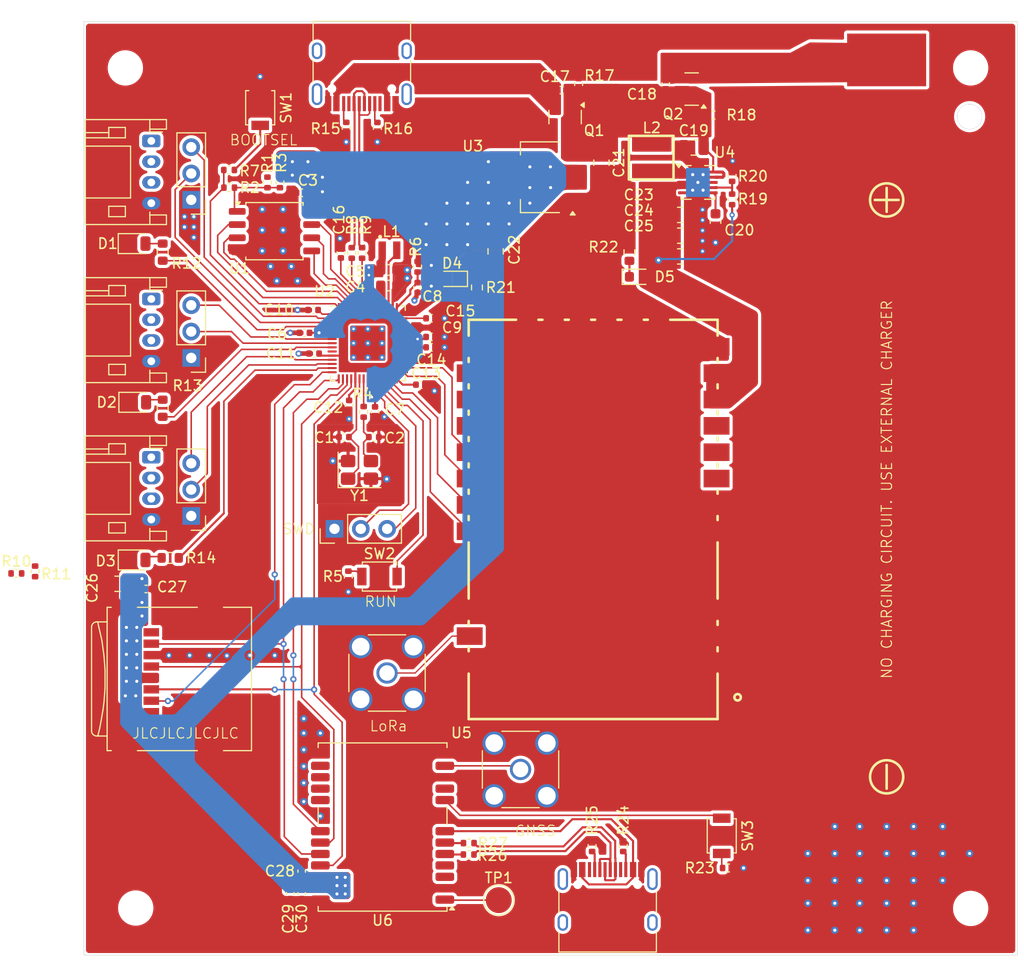
<source format=kicad_pcb>
(kicad_pcb (version 20241229) (generator "pcbnew") (generator_version "9.0")
  (layers (0 "F.Cu" signal) (4 "In1.Cu" power) (6 "In2.Cu" power) (2 "B.Cu" signal) (13 "F.Paste" user) (15 "B.Paste" user) (5 "F.SilkS" user "F.Silkscreen") (7 "B.SilkS" user "B.Silkscreen") (1 "F.Mask" user) (3 "B.Mask" user) (25 "Edge.Cuts" user))
  (net 0 "")
  (net 1 "/MCU/XIN")
  (net 2 "+3V3")
  (net 3 "+5V")
  (net 4 "+1V1")
  (net 5 "/MCU/VREG_AVDD")
  (net 7 "USB_D-")
  (net 8 "USB_D+")
  (net 9 "/MCU/FLASH_SS")
  (net 10 "/MCU/QSPI_SS")
  (net 11 "/MCU/XOUT")
  (net 12 "/MCU/~{USB_BOOT}")
  (net 13 "+BATT")
  (net 14 "/MCU/QSPI_SD3")
  (net 15 "/MCU/QSPI_SCLK")
  (net 16 "/MCU/QSPI_SD0")
  (net 17 "/MCU/QSPI_SD2")
  (net 18 "/MCU/QSPI_SD1")
  (net 25 "/MCU/VREG_LX")
  (net 26 "GND")
  (net 27 "VBUS")
  (net 28 "/Power/LED_3V3")
  (net 29 "/Power/LED_5V")
  (net 30 "/Cube0_UART_RX")
  (net 31 "/Cube0_UART_TX")
  (net 32 "/Cube1_UART_RX")
  (net 33 "/Cube1_UART_TX")
  (net 35 "/Cube2_UART_RX")
  (net 36 "/Cube2_UART_TX")
  (net 40 "/MCU/SWCLK")
  (net 41 "/MCU/SWD")
  (net 45 "/GNSS & MicroSD/VDD_USB")
  (net 48 "/GNSS & MicroSD/USB2_D+")
  (net 49 "/GNSS & MicroSD/USB2_D-")
  (net 50 "/GNSS & MicroSD/USB2_CC1")
  (net 52 "/MCU/BUS_I2C0_SDA")
  (net 53 "/MCU/BUS_I2C0_SCL")
  (net 54 "/GNSS & MicroSD/USB2_CC2")
  (net 58 "/GNSS & MicroSD/SPI_CS1")
  (net 59 "Net-(U6-~{SAFEBOOT})")
  (net 62 "/MCU/RF_SPI_CS")
  (net 64 "/MCU/RF_SPI_MOSI")
  (net 65 "/MCU/RF_SPI_SCK")
  (net 69 "/MCU/RF_SPI_MISO")
  (net 75 "/RF/RF_ANT")
  (net 76 "/RF/NRST")
  (net 80 "/Power/USB1_CC1")
  (net 81 "/Power/USB1_CC2")
  (net 82 "/GNSS & MicroSD/SPI_MOSI")
  (net 83 "/GNSS & MicroSD/SPI_MISO")
  (net 84 "/MCU/XOUT_R")
  (net 85 "/GNSS & MicroSD/SPI_SCK")
  (net 86 "/GNSS & MicroSD/GNSS_ANT")
  (net 87 "/GNSS & MicroSD/GNSS_RST_R")
  (net 88 "/GNSS & MicroSD/USB2_DM")
  (net 89 "/GNSS & MicroSD/USB2_DP")
  (net 90 "/GNSS & MicroSD/GNSS_RST")
  (net 92 "/MCU/MCU_USB_DP")
  (net 102 "/Power/Vin")
  (net 103 "/Power/5V_SMPS_SW")
  (net 104 "/Power/5V_SMPS_FB")
  (net 105 "/Power/5V_SMPS_SS")
  (net 106 "/MCU/MCU_USB_DM")
  (net 107 "/MCU/Cube0_LED_R")
  (net 108 "/MCU/Cube1_LED_R")
  (net 109 "/MCU/Cube2_LED_R")
  (net 110 "/MCU/Cube0_LED")
  (net 111 "/MCU/Cube1_LED")
  (net 112 "/MCU/Cube2_LED")
  (net 113 "/MCU/SW_RUN_R")
  (net 114 "/GNSS & MicroSD/SPI_CS0")
  (footprint "TestPoint:TestPoint_Pad_D2.5mm" (layer "F.Cu") (at 170 124.7)
    (property "Reference" "TP1")
    (property "Value" "TestPoint")
  )
  (footprint "RF_GPS:ublox_NEO" (layer "F.Cu") (at 158.8 117.65 180)
    (property "Reference" "U6")
    (property "Value" "NEO-M9N")
  )
  (footprint "MountingHole:MountingHole_3.2mm_M3" (layer "F.Cu") (at 135 125.46)
    (property "Reference" "H4" (hide yes))
    (property "Value" "MountingHole")
  )
  (footprint "Capacitor_SMD:C_0402_1005Metric" (layer "F.Cu") (at 155.075 80.05)
    (property "Reference" "C1")
    (property "Value" "15p")
  )
  (footprint "Capacitor_SMD:C_0603_1608Metric" (layer "F.Cu") (at 159.4 63.94)
    (property "Reference" "C5")
    (property "Value" "4u7")
  )
  (footprint "Capacitor_SMD:C_0402_1005Metric" (layer "F.Cu") (at 163.475 71.4)
    (property "Reference" "C14")
    (property "Value" "100n")
  )
  (footprint "Resistor_SMD:R_0402_1005Metric" (layer "F.Cu") (at 192.5 57.135 90)
    (property "Reference" "R19")
    (property "Value" "200k")
  )
  (footprint "Capacitor_SMD:C_0805_2012Metric" (layer "F.Cu") (at 179.9 53.6 -90)
    (property "Reference" "C21")
    (property "Value" "10u")
  )
  (footprint "MountingHole:MountingHole_3.2mm_M3" (layer "F.Cu") (at 215.5 125.5)
    (property "Reference" "H3" (hide yes))
    (property "Value" "MountingHole")
  )
  (footprint "Capacitor_SMD:C_0402_1005Metric" (layer "F.Cu") (at 151.275 70 180)
    (property "Reference" "C6")
    (property "Value" "100n")
  )
  (footprint "Capacitor_SMD:C_0402_1005Metric" (layer "F.Cu") (at 155.575 77 -90)
    (property "Reference" "C12")
    (property "Value" "100n")
  )
  (footprint "MountingHole:MountingHole_3.2mm_M3" (layer "F.Cu") (at 215.5 44.46)
    (property "Reference" "H2" (hide yes))
    (property "Value" "MountingHole")
  )
  (footprint "Button_Switch_SMD:SW_SPST_B3U-1000P" (layer "F.Cu") (at 147 48.3 -90)
    (property "Reference" "SW1")
    (property "Value" "SW_Push")
  )
  (footprint "Resistor_SMD:R_0603_1608Metric" (layer "F.Cu") (at 182.6 62.235 -90)
    (property "Reference" "R22")
    (property "Value" "2k2")
  )
  (footprint "Connector_Card:microSD_HC_Wuerth_693072010801" (layer "F.Cu") (at 138.05 103.375 90)
    (property "Reference" "J11" (hide yes))
    (property "Value" "Micro_SD_Card")
  )
  (footprint "Connector_JST:JST_PH_S4B-PH-K_1x04_P2.00mm_Horizontal" (layer "F.Cu") (at 136.5 82 -90)
    (property "Reference" "J3" (hide yes))
    (property "Value" "Cube0_UART_JST-PH")
  )
  (footprint "Connector_JST:JST_PH_S4B-PH-K_1x04_P2.00mm_Horizontal" (layer "F.Cu") (at 136.5 66.74 -90)
    (property "Reference" "J2" (hide yes))
    (property "Value" "Cube0_UART_JST-PH")
  )
  (footprint "easyeda2kicad:BATTERY-SMD_18650-1S-L77.1-W20.7-1" (layer "F.Cu") (at 207.4 85)
    (property "Reference" "BAT1" (hide yes))
    (property "Value" "BH-18650-B6AA002")
  )
  (footprint "Capacitor_SMD:C_0402_1005Metric" (layer "F.Cu") (at 158.075 77.62 -90)
    (property "Reference" "C7")
    (property "Value" "4u7")
  )
  (footprint "Resistor_SMD:R_0402_1005Metric" (layer "F.Cu") (at 192.09 121.6 180)
    (property "Reference" "R23")
    (property "Value" "10k")
  )
  (footprint "LED_SMD:LED_0805_2012Metric" (layer "F.Cu") (at 135.0625 76.7)
    (property "Reference" "D2")
    (property "Value" "GREEN")
  )
  (footprint "Button_Switch_SMD:SW_SPST_B3U-1000P" (layer "F.Cu") (at 158.5 93.5)
    (property "Reference" "SW2")
    (property "Value" "SW_RUN")
  )
  (footprint "LED_SMD:LED_0603_1608Metric" (layer "F.Cu") (at 165.5 64.8 180)
    (property "Reference" "D4")
    (property "Value" "YELLOW")
  )
  (footprint "easyeda2kicad:WIRELM-SMD_E32-400M30S" (layer "F.Cu") (at 179.1 85.311549)
    (property "Reference" "U5")
    (property "Value" "E32-400M30S")
  )
  (footprint "Resistor_SMD:R_0402_1005Metric" (layer "F.Cu") (at 144 54.3 180)
    (property "Reference" "R7")
    (property "Value" "1k")
  )
  (footprint "Resistor_SMD:R_0402_1005Metric" (layer "F.Cu") (at 144.01 56)
    (property "Reference" "R2")
    (property "Value" "0")
  )
  (footprint "Capacitor_SMD:C_0402_1005Metric" (layer "F.Cu") (at 152.195 72 180)
    (property "Reference" "C11")
    (property "Value" "100n")
  )
  (footprint "Resistor_SMD:R_0402_1005Metric" (layer "F.Cu") (at 123.49 93.2)
    (property "Reference" "R10")
    (property "Value" "10k")
  )
  (footprint "Capacitor_SMD:C_0805_2012Metric" (layer "F.Cu") (at 187.5 62.635)
    (property "Reference" "C25")
    (property "Value" "22u")
  )
  (footprint "Connector_PinHeader_2.54mm:PinHeader_1x03_P2.54mm_Vertical" (layer "F.Cu") (at 140.35 87.66 180)
    (property "Reference" "J6" (hide yes))
    (property "Value" "Cube0_UART_Debug")
  )
  (footprint "Resistor_SMD:R_0402_1005Metric" (layer "F.Cu") (at 155.825 62.3 -90)
    (property "Reference" "R8")
    (property "Value" "27")
  )
  (footprint "Resistor_SMD:R_0402_1005Metric" (layer "F.Cu") (at 177.7 46 90)
    (property "Reference" "R17")
    (property "Value" "100k")
  )
  (footprint "Resistor_SMD:R_0402_1005Metric" (layer "F.Cu") (at 190.7 49)
    (property "Reference" "R18")
    (property "Value" "100k")
  )
  (footprint "Capacitor_SMD:C_0402_1005Metric" (layer "F.Cu") (at 154.775 62.3 90)
    (property "Reference" "C16")
    (property "Value" "100n")
  )
  (footprint "Capacitor_SMD:C_0402_1005Metric" (layer "F.Cu") (at 186.1 46 -90)
    (property "Reference" "C18")
    (property "Value" "100n")
  )
  (footprint "Package_TO_SOT_SMD:SOT-23" (layer "F.Cu") (at 188.6 46.5 180)
    (property "Reference" "Q2")
    (property "Value" "Si2301CDS")
  )
  (footprint "Capacitor_SMD:C_0402_1005Metric" (layer "F.Cu") (at 150.98 56.5 180)
    (property "Reference" "C3")
    (property "Value" "100n")
  )
  (footprint "Capacitor_SMD:C_0402_1005Metric" (layer "F.Cu") (at 162.175 65.64 -90)
    (property "Reference" "C8")
    (property "Value" "4u7")
  )
  (footprint "Resistor_SMD:R_0402_1005Metric" (layer "F.Cu") (at 155.5 93.49 90)
    (property "Reference" "R5")
    (property "Value" "10k")
  )
  (footprint "LED_SMD:LED_0603_1608Metric" (layer "F.Cu") (at 183.3875 64.6)
    (property "Reference" "D5")
    (property "Value" "GREEN")
  )
  (footprint "Resistor_SMD:R_0402_1005Metric" (layer "F.Cu") (at 148.9 55.5 -90)
    (property "Reference" "R3")
    (property "Value" "10k")
  )
  (footprint "Resistor_SMD:R_0603_1608Metric" (layer "F.Cu") (at 137.6 77.275 90)
    (property "Reference" "R13")
    (property "Value" "1k")
  )
  (footprint "Resistor_SMD:R_0603_1608Metric" (layer "F.Cu") (at 138.325 91.7 180)
    (property "Reference" "R14")
    (property "Value" "1k")
  )
  (footprint "easyeda2kicad:IND-SMD_L4.0-W4.0_XFL4020-102MEB" (layer "F.Cu") (at 184.75 53.11 -90)
    (property "Reference" "L2")
    (property "Value" "1u")
  )
  (footprint "RP2350_60QFN_minimal:RP2350-QFN-60-1EP_7x7_P0.4mm_EP3.4x3.4mm_ThermalVias" (layer "F.Cu") (at 157.375 71)
    (property "Reference" "U2")
    (property "Value" "RP2350_60QFN")
  )
  (footprint "Connector_USB:USB_C_Receptacle_HRO_TYPE-C-31-M-12" (layer "F.Cu") (at 180.5 125.8)
    (property "Reference" "J10" (hide yes))
    (property "Value" "USB_C_USB2.0_16P")
  )
  (footprint "Resistor_SMD:R_0402_1005Metric" (layer "F.Cu") (at 192.5 54.885 90)
    (property "Reference" "R20")
    (property "Value" "49k9")
  )
  (footprint "LED_SMD:LED_0805_2012Metric" (layer "F.Cu") (at 135 91.9)
    (property "Reference" "D3")
    (property "Value" "GREEN")
  )
  (footprint "Package_SO:SOIC-8_5.3x5.3mm_P1.27mm" (layer "F.Cu") (at 148.375 60.2)
    (property "Reference" "U1")
    (property "Value" "W25Q128JVS")
  )
  (footprint "Resistor_SMD:R_0402_1005Metric" (layer "F.Cu") (at 167.11 119.2 180)
    (property "Reference" "R27")
    (property "Value" "27")
  )
  (footprint "Capacitor_SMD:C_0402_1005Metric" (layer "F.Cu") (at 149.9 124.08 -90)
    (property "Reference" "C29")
    (property "Value" "1uF")
  )
  (footprint "Package_TO_SOT_SMD:SOT-23" (layer "F.Cu") (at 176.4 49.2 -90)
    (property "Reference" "Q1")
    (property "Value" "Si2301CDS")
  )
  (footprint "RP2350_60QFN_minimal:L_pol_2016" (layer "F.Cu") (at 159.465 62.04)
    (property "Reference" "L1")
    (property "Value" "3.3u")
  )
  (footprint "Connector_PinHeader_2.54mm:PinHeader_1x03_P2.54mm_Vertical" (layer "F.Cu") (at 140.35 72.42 180)
    (property "Reference" "J5" (hide yes))
    (property "Value" "Cube0_UART_Debug")
  )
  (footprint "Capacitor_SMD:C_0402_1005Metric" (layer "F.Cu") (at 163.475 68.6)
    (property "Reference" "C15")
    (property "Value" "100n")
  )
  (footprint "Crystal:Crystal_SMD_Abracon_ABM8G-4Pin_3.2x2.5mm" (layer "F.Cu") (at 156.575 83.215)
    (property "Reference" "Y1")
    (property "Value" "ABM8_262_T3")
  )
  (footprint "Button_Switch_SMD:SW_SPST_B3U-1000P" (layer "F.Cu") (at 191.5 118.5 90)
    (property "Reference" "SW3")
    (property "Value" "SW_Push")
  )
  (footprint "Capacitor_SMD:C_0402_1005Metric" (layer "F.Cu") (at 152.1 67.8 180)
    (property "Reference" "C10")
    (property "Value" "100n")
  )
  (footprint "Capacitor_SMD:C_0603_1608Metric" (layer "F.Cu") (at 159.4 65.44)
    (property "Reference" "C4")
    (property "Value" "4u7")
  )
  (footprint "Connector_USB:USB_C_Receptacle_HRO_TYPE-C-31-M-12" (layer "F.Cu") (at 156.8 43.86 180)
    (property "Reference" "J8" (hide yes))
    (property "Value" "USB_C_USB2.0_16P")
  )
  (footprint "Package_TO_SOT_SMD:SOT-223-3_TabPin2" (layer "F.Cu") (at 174 55 180)
    (property "Reference" "U3")
    (property "Value" "AMS1117-3.3")
  )
  (footprint "Resistor_SMD:R_0402_1005Metric" (layer "F.Cu") (at 182 119.5 90)
    (property "Reference" "R24")
    (property "Value" "5k1")
  )
  (footprint "Capacitor_SMD:C_0805_2012Metric" (layer "F.Cu") (at 188.8 52.135 180)
    (property "Reference" "C19")
    (property "Value" "22u")
  )
  (footprint "Capacitor_SMD:C_0402_1005Metric" (layer "F.Cu") (at 151 124.08 -90)
    (property "Reference" "C30")
    (property "Value" "100nF")
  )
  (footprint "Resistor_SMD:R_0402_1005Metric" (layer "F.Cu") (at 156.975 77.62 90)
    (property "Reference" "R4")
    (property "Value" "1k")
  )
  (footprint "LED_SMD:LED_0805_2012Metric" (layer "F.Cu") (at 135 61.4)
    (property "Reference" "D1")
    (property "Value" "GREEN")
  )
  (footprint "Resistor_SMD:R_0402_1005Metric" (layer "F.Cu") (at 125.3 93 90)
    (property "Reference" "R11")
    (property "Value" "10k")
  )
  (footprint "Resistor_SMD:R_0402_1005Metric" (layer "F.Cu") (at 158.3 50.23 -90)
    (property "Reference" "R16")
    (property "Value" "5k1")
  )
  (footprint "Resistor_SMD:R_0603_1608Metric" (layer "F.Cu") (at 167.9 65.625 90)
    (property "Reference" "R21")
    (property "Value" "2k2")
  )
  (footprint "Connector_PinHeader_2.54mm:PinHeader_1x03_P2.54mm_Vertical" (layer "F.Cu") (at 154.16 88.9 90)
    (property "Reference" "J7" (hide yes))
    (property "Value" "Dupont Debug Headers")
  )
  (footprint "Connector_Coaxial:SMA_Amphenol_132134_Vertical" (layer "F.Cu") (at 159.23 102.8)
    (property "Reference" "J9" (hide yes))
    (property "Value" "RF SMA")
  )
  (footprint "Connector_PinHeader_2.54mm:PinHeader_1x03_P2.54mm_Vertical" (layer "F.Cu") (at 140.35 57.18 180)
    (property "Reference" "J4" (hide yes))
    (property "Value" "Cube0_UART_Debug")
  )
  (footprint "Capacitor_SMD:C_0805_2012Metric" (layer "F.Cu") (at 169.7 62.15 -90)
    (property "Reference" "C22")
    (property "Value" "10u")
  )
  (footprint "Capacitor_SMD:C_0402_1005Metric" (layer "F.Cu") (at 157.955 80.05 180)
    (property "Reference" "C2")
    (property "Value" "15p")
  )
  (footprint "Resistor_SMD:R_0402_1005Metric" (layer "F.Cu") (at 147.7 55.5 -90)
    (property "Reference" "R1")
    (property "Value" "DNF")
  )
  (footprint "Resistor_SMD:R_0603_1608Metric" (layer "F.Cu") (at 137.6 62.225 90)
    (property "Reference" "R12")
    (property "Value" "1k")
  )
  (footprint "Capacitor_SMD:C_0805_2012Metric" (layer "F.Cu") (at 133.25 94.2 180)
    (property "Reference" "C26")
    (property "Value" "22u")
  )
  (footprint "Resistor_SMD:R_0402_1005Metric" (layer "F.Cu") (at 155.3 50.22 -90)
    (property "Reference" "R15")
    (property "Value" "5k1")
  )
  (footprint "Capacitor_SMD:C_0402_1005Metric" (layer "F.Cu") (at 136 94.7)
    (property "Reference" "C27")
    (property "Value" "100n")
  )
  (footprint "Resistor_SMD:R_0402_1005Metric" (layer "F.Cu") (at 156.825 62.3 -90)
    (property "Reference" "R9")
    (property "Value" "27")
  )
  (footprint "Resistor_SMD:R_0402_1005Metric" (layer "F.Cu") (at 162.175 63.63 -90)
    (property "Reference" "R6")
    (property "Value" "33")
  )
  (footprint "Capacitor_SMD:C_0603_1608Metric" (layer "F.Cu") (at 190.9 59.3 -90)
    (property "Reference" "C20")
    (property "Value" "10u")
  )
  (footprint "Capacitor_SMD:C_0805_2012Metric" (layer "F.Cu") (at 187.5 60.635)
    (property "Reference" "C24")
    (property "Value" "22u")
  )
  (footprint "Capacitor_SMD:C_0402_1005Metric" (layer "F.Cu") (at 163.475 70.4)
    (property "Reference" "C9")
    (property "Value" "100n")
  )
  (footprint "Connector_JST:JST_PH_S4B-PH-K_1x04_P2.00mm_Horizontal" (layer "F.Cu") (at 136.5 51.5 -90)
    (property "Reference" "J1" (hide yes))
    (property "Value" "Cube0_UART_JST-PH")
  )
  (footprint "Resistor_SMD:R_0402_1005Metric" (layer "F.Cu") (at 179 119.5 90)
    (property "Reference" "R25")
    (property "Value" "5k1")
  )
  (footprint "Resistor_SMD:R_0402_1005Metric" (layer "F.Cu") (at 167.1 120.3 180)
    (property "Reference" "R26")
    (property "Value" "27")
  )
  (footprint "Capacitor_SMD:C_0402_1005Metric" (layer "F.Cu") (at 162.5 75)
    (property "Reference" "C13")
    (property "Value" "100n")
  )
  (footprint "Connector_Coaxial:SMA_Amphenol_132134_Vertical" (layer "F.Cu") (at 172.1 112.1)
    (property "Reference" "J12" (hide yes))
    (property "Value" "RF SMA")
  )
  (footprint "Capacitor_SMD:C_0402_1005Metric" (layer "F.Cu") (at 176.02 46.6)
    (property "Reference" "C17")
    (property "Value" "100n")
  )
  (footprint "Capacitor_SMD:C_0805_2012Metric" (layer "F.Cu") (at 187.5 58.635)
    (property "Reference" "C23")
    (property "Value" "22u")
  )
  (footprint "MountingHole:MountingHole_3.2mm_M3" (layer "F.Cu") (at 134 44.46)
    (property "Reference" "H1" (hide yes))
    (property "Value" "MountingHole")
  )
  (footprint "Package_SON:Texas_S-PVSON-N10_ThermalVias" (layer "F.Cu") (at 189.2 55.5)
    (property "Reference" "U4")
    (property "Value" "TPS61230DRCR")
  )
  (footprint "Capacitor_SMD:C_0402_1005Metric" (layer "F.Cu") (at 151 121.9 90)
    (property "Reference" "C28")
    (property "Value" "10uF")
  )
  (gr_rect (start 130 40) (end 220 130) (stroke (width 0.05)) (fill no) (layer "Edge.Cuts"))
  (gr_text "RUN" (at 157 96.5 0) (layer "F.SilkS") (effects (font (size 1 1) (thickness 0.1)) (justify left bottom)))
  (gr_text "SWD" (at 149.1 89.5 0) (layer "F.SilkS") (effects (font (size 1 1) (thickness 0.1)) (justify left bottom)))
  (gr_text "NO CHARGING CIRCUIT. USE EXTERNAL CHARGER\n" (at 208 103.43 90) (layer "F.SilkS") (effects (font (size 1 1) (thickness 0.1)) (justify left bottom)))
  (gr_text "JLCJLCJLCJLC\n" (at 134.6 109.2 0) (layer "F.SilkS") (effects (font (size 1 1) (thickness 0.1)) (justify left bottom)))
  (gr_text "LoRa" (at 157.5 108.5 0) (layer "F.SilkS") (effects (font (size 1 1) (thickness 0.1)) (justify left bottom)))
  (gr_text "BOOTSEL" (at 144 52 0) (layer "F.SilkS") (effects (font (size 1 1) (thickness 0.1)) (justify left bottom)))
  (gr_text "GNSS" (at 171.5 118.6 0) (layer "F.SilkS") (effects (font (size 1 1) (thickness 0.1)) (justify left bottom)))
  (segment (start 155.555 80.05) (end 155.575 80.05) (width 0.15) (layer "F.Cu") (net 1))
  (segment (start 155.555 80.05) (end 156.275 79.33) (width 0.15) (layer "F.Cu") (net 1))
  (segment (start 156.575 75.85) (end 156.575 74.4375) (width 0.15) (layer "F.Cu") (net 1))
  (segment (start 156.475 80.97) (end 155.555 80.05) (width 0.15) (layer "F.Cu") (net 1))
  (segment (start 155.475 84.065) (end 156.475 83.065) (width 0.15) (layer "F.Cu") (net 1))
  (segment (start 156.475 83.065) (end 156.475 80.97) (width 0.15) (layer "F.Cu") (net 1))
  (segment (start 156.275 76.15) (end 156.575 75.85) (width 0.15) (layer "F.Cu") (net 1))
  (segment (start 156.275 79.33) (end 156.275 76.15) (width 0.15) (layer "F.Cu") (net 1))
  (segment (start 156.975 67.5625) (end 156.975 66.534974) (width 0.15) (layer "F.Cu") (net 2))
  (segment (start 160.175 74.4375) (end 160.175 74) (width 0.2) (layer "F.Cu") (net 2))
  (segment (start 162.075 71.4) (end 161.675 71) (width 0.2) (layer "F.Cu") (net 2))
  (segment (start 162.975 71.4) (end 162.075 71.4) (width 0.2) (layer "F.Cu") (net 2))
  (segment (start 158.975 67.5625) (end 158.975 68.3) (width 0.2) (layer "F.Cu") (net 2))
  (segment (start 158.975 67.2625) (end 158.975 65.79) (width 0.2) (layer "F.Cu") (net 2))
  (segment (start 153.9375 72.2) (end 154.675 72.2) (width 0.2) (layer "F.Cu") (net 2))
  (segment (start 156.175 74.4375) (end 156.175 73.7) (width 0.2) (layer "F.Cu") (net 2))
  (segment (start 156.175 74.4375) (end 156.175 75.4) (width 0.2) (layer "F.Cu") (net 2))
  (segment (start 152.98 68.2) (end 152.58 67.8) (width 0.15) (layer "F.Cu") (net 2))
  (segment (start 157.375 66.934974) (end 157.375 67.5625) (width 0.15) (layer "F.Cu") (net 2))
  (segment (start 156.877513 66.437487) (end 157.375 66.934974) (width 0.15) (layer "F.Cu") (net 2))
  (segment (start 152.75 123.5) (end 152.8 123.55) (width 0.2) (layer "F.Cu") (net 2))
  (segment (start 158.575 74.4375) (end 158.599 74.4375) (width 0.15) (layer "F.Cu") (net 2))
  (segment (start 160.8125 71) (end 161.675 71) (width 0.2) (layer "F.Cu") (net 2))
  (segment (start 160.8125 68.6) (end 162.995 68.6) (width 0.15) (layer "F.Cu") (net 2))
  (segment (start 156.975 66.534974) (end 156.877513 66.437487) (width 0.15) (layer "F.Cu") (net 2))
  (segment (start 152.675 72.2) (end 153.9375 72.2) (width 0.2) (layer "F.Cu") (net 2))
  (segment (start 154.775 64.334974) (end 154.775 62.78) (width 0.15) (layer "F.Cu") (net 2))
  (segment (start 160.8125 68.6) (end 160.075 68.6) (width 0.15) (layer "F.Cu") (net 2))
  (segment (start 157.375 67.5625) (end 157.375 68.3) (width 0.15) (layer "F.Cu") (net 2))
  (segment (start 162.7 78.5) (end 161.2 77) (width 0.15) (layer "F.Cu") (net 2))
  (segment (start 155.575 76) (end 155.575 76.52) (width 0.2) (layer "F.Cu") (net 2))
  (segment (start 161.2 77) (end 160.6 77) (width 0.15) (layer "F.Cu") (net 2))
  (segment (start 156.975 67.5625) (end 156.975 68.3) (width 0.15) (layer "F.Cu") (net 2))
  (segment (start 160.8125 71) (end 160.075 71) (width 0.2) (layer "F.Cu") (net 2))
  (segment (start 160.126 73.951) (end 160.126 73.926) (width 0.2) (layer "F.Cu") (net 2))
  (segment (start 160.2 92) (end 160.2 93.5) (width 0.15) (layer "F.Cu") (net 2))
  (segment (start 158.575 74.4375) (end 158.575 73.7) (width 0.15) (layer "F.Cu") (net 2))
  (segment (start 160.175 74) (end 160.126 73.951) (width 0.2) (layer "F.Cu") (net 2))
  (segment (start 160.7375 75) (end 160.175 74.4375) (width 0.2) (layer "F.Cu") (net 2))
  (segment (start 152.8 122.45) (end 152.75 122.4) (width 0.2) (layer "F.Cu") (net 2))
  (segment (start 153.9375 68.2) (end 152.98 68.2) (width 0.15) (layer "F.Cu") (net 2))
  (segment (start 162.7 89.5) (end 160.2 92) (width 0.15) (layer "F.Cu") (net 2))
  (segment (start 162.7 89.4) (end 162.7 89.5) (width 0.15) (layer "F.Cu") (net 2))
  (segment (start 160.6 77) (end 158.575 74.975) (width 0.15) (layer "F.Cu") (net 2))
  (segment (start 158.975 65.79) (end 158.625 65.44) (width 0.2) (layer "F.Cu") (net 2))
  (segment (start 158.575 74.975) (end 158.575 74.4375) (width 0.15) (layer "F.Cu") (net 2))
  (segment (start 162.7 89.4) (end 162.7 78.5) (width 0.15) (layer "F.Cu") (net 2))
  (segment (start 160.126 73.926) (end 159.8 73.6) (width 0.2) (layer "F.Cu") (net 2))
  (segment (start 162.02 75) (end 160.7375 75) (width 0.2) (layer "F.Cu") (net 2))
  (segment (start 156.877513 66.437487) (end 154.775 64.334974) (width 0.15) (layer "F.Cu") (net 2))
  (segment (start 156.175 75.4) (end 155.575 76) (width 0.2) (layer "F.Cu") (net 2))
  (via (at 167 57.5) (size 0.7) (drill 0.3) (layers "F.Cu" "B.Cu") (net 2))
  (via (at 169 57.5) (size 0.7) (drill 0.3) (layers "F.Cu" "B.Cu") (net 2))
  (via (at 167 61.5) (size 0.7) (drill 0.3) (layers "F.Cu" "B.Cu") (net 2))
  (via (at 173 54) (size 0.7) (drill 0.3) (layers "F.Cu" "B.Cu") (net 2))
  (via (at 155.2 124.1) (size 0.7) (drill 0.3) (layers "F.Cu" "B.Cu") (net 2))
  (via (at 135.1 98.4) (size 0.6) (drill 0.3) (layers "F.Cu" "B.Cu") (net 2))
  (via (at 150.1 54.8) (size 0.7) (drill 0.3) (layers "F.Cu" "B.Cu") (net 2))
  (via (at 171 57.5) (size 0.7) (drill 0.3) (layers "F.Cu" "B.Cu") (net 2))
  (via (at 163 61.5) (size 0.7) (drill 0.3) (layers "F.Cu" "B.Cu") (net 2))
  (via (at 134.1 103.6) (size 0.6) (drill 0.3) (layers "F.Cu" "B.Cu") (net 2))
  (via (at 165 59.5) (size 0.7) (drill 0.3) (layers "F.Cu" "B.Cu") (net 2))
  (via (at 134.1 99.7) (size 0.6) (drill 0.3) (layers "F.Cu" "B.Cu") (net 2))
  (via (at 153 55) (size 0.7) (drill 0.3) (layers "F.Cu" "B.Cu") (net 2))
  (via (at 134.1 98.4) (size 0.6) (drill 0.3) (layers "F.Cu" "B.Cu") (net 2))
  (via (at 153 56.4) (size 0.7) (drill 0.3) (layers "F.Cu" "B.Cu") (net 2))
  (via (at 151.6 53.5) (size 0.7) (drill 0.3) (layers "F.Cu" "B.Cu") (net 2))
  (via (at 135.6 93.7) (size 0.6) (drill 0.3) (layers "F.Cu" "B.Cu") (net 2))
  (via (at 169 53.5) (size 0.7) (drill 0.3) (layers "F.Cu" "B.Cu") (net 2))
  (via (at 167 55.5) (size 0.7) (drill 0.3) (layers "F.Cu" "B.Cu") (net 2))
  (via (at 165 57.5) (size 0.7) (drill 0.3) (layers "F.Cu" "B.Cu") (net 2))
  (via (at 163 59.5) (size 0.7) (drill 0.3) (layers "F.Cu" "B.Cu") (net 2))
  (via (at 169 55.5) (size 0.7) (drill 0.3) (layers "F.Cu" "B.Cu") (net 2))
  (via (at 175 56) (size 0.7) (drill 0.3) (layers "F.Cu" "B.Cu") (net 2))
  (via (at 134.1 102.3) (size 0.6) (drill 0.3) (layers "F.Cu" "B.Cu") (net 2))
  (via (at 134 105) (size 0.6) (drill 0.3) (layers "F.Cu" "B.Cu") (net 2))
  (via (at 150.1 53.5) (size 0.7) (drill 0.3) (layers "F.Cu" "B.Cu") (net 2))
  (via (at 155.2 122.5) (size 0.7) (drill 0.3) (layers "F.Cu" "B.Cu") (net 2))
  (via (at 154.4 123.3) (size 0.7) (drill 0.3) (layers "F.Cu" "B.Cu") (net 2))
  (via (at 135.1 99.7) (size 0.6) (drill 0.3) (layers "F.Cu" "B.Cu") (net 2))
  (via (at 154.4 124.1) (size 0.7) (drill 0.3) (layers "F.Cu" "B.Cu") (net 2))
  (via (at 155.2 123.3) (size 0.7) (drill 0.3) (layers "F.Cu" "B.Cu") (net 2))
  (via (at 169 59.5) (size 0.7) (drill 0.3) (layers "F.Cu" "B.Cu") (net 2))
  (via (at 135.1 101) (size 0.6) (drill 0.3) (layers "F.Cu" "B.Cu") (net 2))
  (via (at 151.6 54.9) (size 0.7) (drill 0.3) (layers "F.Cu" "B.Cu") (net 2))
  (via (at 135.1 103.6) (size 0.6) (drill 0.3) (layers "F.Cu" "B.Cu") (net 2))
  (via (at 171 59.5) (size 0.7) (drill 0.3) (layers "F.Cu" "B.Cu") (net 2))
  (via (at 135.1 102.3) (size 0.6) (drill 0.3) (layers "F.Cu" "B.Cu") (net 2))
  (via (at 154.4 122.5) (size 0.7) (drill 0.3) (layers "F.Cu" "B.Cu") (net 2))
  (via (at 173 56) (size 0.7) (drill 0.3) (layers "F.Cu" "B.Cu") (net 2))
  (via (at 135.6 97.3) (size 0.6) (drill 0.3) (layers "F.Cu" "B.Cu") (net 2))
  (via (at 174.979535 53.998604) (size 0.7) (drill 0.3) (layers "F.Cu" "B.Cu") (net 2))
  (via (at 163.5 65.5) (size 0.7) (drill 0.3) (layers "F.Cu" "B.Cu") (net 2))
  (via (at 173 57.5) (size 0.7) (drill 0.3) (layers "F.Cu" "B.Cu") (net 2))
  (via (at 135.6 96) (size 0.6) (drill 0.3) (layers "F.Cu" "B.Cu") (net 2))
  (via (at 165 61.5) (size 0.7) (drill 0.3) (layers "F.Cu" "B.Cu") (net 2))
  (via (at 135 105) (size 0.6) (drill 0.3) (layers "F.Cu" "B.Cu") (net 2))
  (via (at 163.5 63.5) (size 0.7) (drill 0.3) (layers "F.Cu" "B.Cu") (net 2))
  (via (at 134.1 101) (size 0.6) (drill 0.3) (layers "F.Cu" "B.Cu") (net 2))
  (via (at 167 59.5) (size 0.7) (drill 0.3) (layers "F.Cu" "B.Cu") (net 2))
  (segment (start 186.6 62.885) (end 186.85 62.635) (width 0.2) (layer "F.Cu") (net 3))
  (segment (start 192.5 57.645) (end 192.5 58.635) (width 0.2) (layer "F.Cu") (net 3))
  (via (at 192.5 58.635) (size 0.5) (drill 0.25) (layers "F.Cu" "B.Cu") (net 3))
  (via (at 185.4 63) (size 0.7) (drill 0.3) (layers "F.Cu" "B.Cu") (net 3))
  (segment (start 192.5 61.135) (end 190.75 62.885) (width 0.2) (layer "B.Cu") (net 3))
  (segment (start 192.5 58.635) (end 192.5 61.135) (width 0.2) (layer "B.Cu") (net 3))
  (segment (start 190.75 62.885) (end 185.75 62.885) (width 0.2) (layer "B.Cu") (net 3))
  (segment (start 158.625 63.94) (end 157.675 64.89) (width 0.15) (layer "F.Cu") (net 4))
  (segment (start 158.575 66.59) (end 158.575 67.5625) (width 0.15) (layer "F.Cu") (net 4))
  (segment (start 157.768413 76.206587) (end 157.559128 75.997302) (width 0.2) (layer "F.Cu") (net 4))
  (segment (start 157.375 75.531744) (end 157.375 74.4375) (width 0.2) (layer "F.Cu") (net 4))
  (segment (start 158.075 76.513174) (end 158.075 77.14) (width 0.2) (layer "F.Cu") (net 4))
  (segment (start 157.559128 75.715872) (end 157.375 75.531744) (width 0.2) (layer "F.Cu") (net 4))
  (segment (start 152.675 70) (end 151.755 70) (width 0.2) (layer "F.Cu") (net 4))
  (segment (start 157.768413 76.206587) (end 158.075 76.513174) (width 0.2) (layer "F.Cu") (net 4))
  (segment (start 157.559128 75.997302) (end 157.559128 75.715872) (width 0.2) (layer "F.Cu") (net 4))
  (segment (start 157.675 65.69) (end 158.575 66.59) (width 0.15) (layer "F.Cu") (net 4))
  (segment (start 152.875 70.2) (end 152.675 70) (width 0.15) (layer "F.Cu") (net 4))
  (segment (start 157.675 64.89) (end 157.675 65.69) (width 0.15) (layer "F.Cu") (net 4))
  (segment (start 153.9375 70.2) (end 152.875 70.2) (width 0.15) (layer "F.Cu") (net 4))
  (segment (start 163.115 70.6) (end 162.175 70.6) (width 0.2) (layer "F.Cu") (net 4))
  (segment (start 162.175 70.6) (end 160.8125 70.6) (width 0.2) (layer "F.Cu") (net 4))
  (via (at 162.175 70.6) (size 0.6) (drill 0.25) (layers "F.Cu" "B.Cu") (net 4))
  (via (at 157.475 64.44) (size 0.6) (drill 0.25) (layers "F.Cu" "B.Cu") (net 4))
  (via (at 157.768413 76.206587) (size 0.6) (drill 0.25) (layers "F.Cu" "B.Cu") (net 4))
  (via (at 152.675 70) (size 0.6) (drill 0.3) (layers "F.Cu" "B.Cu") (net 4))
  (via (at 157.475 63.7) (size 0.6) (drill 0.25) (layers "F.Cu" "B.Cu") (net 4))
  (segment (start 160.175 67.46) (end 160.175 67.5625) (width 0.2) (layer "F.Cu") (net 5))
  (segment (start 161.475 66.2625) (end 160.175 67.5625) (width 0.2) (layer "F.Cu") (net 5))
  (segment (start 162.175 65.16) (end 161.475 65.86) (width 0.2) (layer "F.Cu") (net 5))
  (segment (start 162.175 64.14) (end 162.175 65.16) (width 0.2) (layer "F.Cu") (net 5))
  (segment (start 161.475 65.86) (end 161.475 66.2625) (width 0.2) (layer "F.Cu") (net 5))
  (segment (start 156.55 61.515) (end 156.55 49) (width 0.2) (layer "F.Cu") (net 7))
  (segment (start 157.55 47.905) (end 157.55 48.832) (width 0.15) (layer "F.Cu") (net 7))
  (segment (start 157.55 48.832) (end 157.382 49) (width 0.15) (layer "F.Cu") (net 7))
  (segment (start 157.05 61.565) (end 156.825 61.79) (width 0.15) (layer "F.Cu") (net 7))
  (segment (start 156.55 49) (end 156.55 47.905) (width 0.2) (layer "F.Cu") (net 7))
  (segment (start 156.764 61.729) (end 156.825 61.79) (width 0.15) (layer "F.Cu") (net 7))
  (segment (start 156.825 61.79) (end 156.55 61.515) (width 0.2) (layer "F.Cu") (net 7))
  (segment (start 157.382 49) (end 156.55 49) (width 0.15) (layer "F.Cu") (net 7))
  (segment (start 157.05 46.928) (end 157.05 47.905) (width 0.2) (layer "F.Cu") (net 8))
  (segment (start 156.099999 61.515001) (end 156.099999 47.954999) (width 0.2) (layer "F.Cu") (net 8))
  (segment (start 156.099999 47.954999) (end 156.05 47.905) (width 0.2) (layer "F.Cu") (net 8))
  (segment (start 156.05 46.95) (end 156.3 46.7) (width 0.2) (layer "F.Cu") (net 8))
  (segment (start 156.822 46.7) (end 157.05 46.928) (width 0.2) (layer "F.Cu") (net 8))
  (segment (start 156.05 47.905) (end 156.05 46.95) (width 0.2) (layer "F.Cu") (net 8))
  (segment (start 156.3 46.7) (end 156.822 46.7) (width 0.2) (layer "F.Cu") (net 8))
  (segment (start 155.825 61.79) (end 156.099999 61.515001) (width 0.2) (layer "F.Cu") (net 8))
  (segment (start 144.52 56) (end 144.52 58.0275) (width 0.15) (layer "F.Cu") (net 9))
  (segment (start 144.52 56) (end 148.9 56) (width 0.15) (layer "F.Cu") (net 9))
  (segment (start 144.52 58.0275) (end 144.7875 58.295) (width 0.15) (layer "F.Cu") (net 9))
  (segment (start 142.2 62.5) (end 142.2 57.3) (width 0.15) (layer "F.Cu") (net 10))
  (segment (start 142.2 57.3) (end 143.5 56) (width 0.15) (layer "F.Cu") (net 10))
  (segment (start 143.5 55.8) (end 143.49 55.79) (width 0.15) (layer "F.Cu") (net 10))
  (segment (start 154.2125 67.2) (end 146.9 67.2) (width 0.15) (layer "F.Cu") (net 10))
  (segment (start 143.49 55.79) (end 143.49 54.3) (width 0.15) (layer "F.Cu") (net 10))
  (segment (start 146.9 67.2) (end 142.2 62.5) (width 0.15) (layer "F.Cu") (net 10))
  (segment (start 154.575 67.5625) (end 154.2125 67.2) (width 0.15) (layer "F.Cu") (net 10))
  (segment (start 143.5 56) (end 143.5 55.8) (width 0.15) (layer "F.Cu") (net 10))
  (segment (start 156.975 74.4375) (end 156.975 77.11) (width 0.15) (layer "F.Cu") (net 11))
  (segment (start 147 51.81) (end 144.51 54.3) (width 0.2) (layer "F.Cu") (net 12))
  (segment (start 147 50) (end 147 51.81) (width 0.2) (layer "F.Cu") (net 12))
  (segment (start 152.774999 59.565) (end 151.9625 59.565) (width 0.15) (layer "F.Cu") (net 14))
  (segment (start 153.8 60.590001) (end 152.774999 59.565) (width 0.15) (layer "F.Cu") (net 14))
  (segment (start 156.575 67.5625) (end 156.575 66.64) (width 0.15) (layer "F.Cu") (net 14))
  (segment (start 153.8 63.865) (end 153.8 60.590001) (width 0.15) (layer "F.Cu") (net 14))
  (segment (start 156.575 66.64) (end 153.8 63.865) (width 0.15) (layer "F.Cu") (net 14))
  (segment (start 156.151 67.051) (end 156.151 67.03858) (width 0.15) (layer "F.Cu") (net 15))
  (segment (start 152.335 60.835) (end 151.9625 60.835) (width 0.15) (layer "F.Cu") (net 15))
  (segment (start 156.102 66.98958) (end 156.102 66.893191) (width 0.15) (layer "F.Cu") (net 15))
  (segment (start 156.151 67.03858) (end 156.102 66.98958) (width 0.15) (layer "F.Cu") (net 15))
  (segment (start 156.077 66.868192) (end 156.077 66.653098) (width 0.15) (layer "F.Cu") (net 15))
  (segment (start 156.175 67.075) (end 156.151 67.051) (width 0.15) (layer "F.Cu") (net 15))
  (segment (start 153.1 61.6) (end 152.335 60.835) (width 0.15) (layer "F.Cu") (net 15))
  (segment (start 153.1 64.3) (end 153.1 61.6) (width 0.15) (layer "F.Cu") (net 15))
  (segment (start 154.223902 64.8) (end 153.6 64.8) (width 0.15) (layer "F.Cu") (net 15))
  (segment (start 156.077 66.653098) (end 154.223902 64.8) (width 0.15) (layer "F.Cu") (net 15))
  (segment (start 156.102 66.893191) (end 156.077 66.868192) (width 0.15) (layer "F.Cu") (net 15))
  (segment (start 153.6 64.8) (end 153.1 64.3) (width 0.15) (layer "F.Cu") (net 15))
  (segment (start 156.175 67.5625) (end 156.175 67.075) (width 0.15) (layer "F.Cu") (net 15))
  (segment (start 155.775 67.375) (end 155.751 67.351) (width 0.15) (layer "F.Cu") (net 16))
  (segment (start 155.751 67.351) (end 155.751 67.03858) (width 0.15) (layer "F.Cu") (net 16))
  (segment (start 155.775 67.5625) (end 155.775 67.375) (width 0.15) (layer "F.Cu") (net 16))
  (segment (start 153.3 65.4) (end 152.2 64.3) (width 0.15) (layer "F.Cu") (net 16))
  (segment (start 152.2 62.3425) (end 151.9625 62.105) (width 0.15) (layer "F.Cu") (net 16))
  (segment (start 155.726 67.01358) (end 155.726 66.798486) (width 0.15) (layer "F.Cu") (net 16))
  (segment (start 152.2 64.3) (end 152.2 62.3425) (width 0.15) (layer "F.Cu") (net 16))
  (segment (start 155.751 67.03858) (end 155.726 67.01358) (width 0.15) (layer "F.Cu") (net 16))
  (segment (start 154.327514 65.4) (end 153.3 65.4) (width 0.15) (layer "F.Cu") (net 16))
  (segment (start 155.726 66.798486) (end 154.327514 65.4) (width 0.15) (layer "F.Cu") (net 16))
  (segment (start 143.975001 60.835) (end 143.5 61.310001) (width 0.15) (layer "F.Cu") (net 17))
  (segment (start 144.7875 60.835) (end 143.975001 60.835) (width 0.15) (layer "F.Cu") (net 17))
  (segment (start 154.431125 66) (end 155.375 66.943875) (width 0.15) (layer "F.Cu") (net 17))
  (segment (start 155.375 66.943875) (end 155.375 67.5625) (width 0.15) (layer "F.Cu") (net 17))
  (segment (start 143.5 61.310001) (end 143.5 62.254636) (width 0.15) (layer "F.Cu") (net 17))
  (segment (start 144.5 62.9) (end 147.6 66) (width 0.15) (layer "F.Cu") (net 17))
  (segment (start 147.6 66) (end 154.431125 66) (width 0.15) (layer "F.Cu") (net 17))
  (segment (start 143.5 62.254636) (end 144.145364 62.9) (width 0.15) (layer "F.Cu") (net 17))
  (segment (start 144.145364 62.9) (end 144.5 62.9) (width 0.15) (layer "F.Cu") (net 17))
  (segment (start 154.45 66.6) (end 147.25 66.6) (width 0.15) (layer "F.Cu") (net 18))
  (segment (start 154.975 67.125) (end 154.45 66.6) (width 0.15) (layer "F.Cu") (net 18))
  (segment (start 142.9 60.6) (end 143.935 59.565) (width 0.15) (layer "F.Cu") (net 18))
  (segment (start 147.25 66.6) (end 142.9 62.25) (width 0.15) (layer "F.Cu") (net 18))
  (segment (start 142.9 62.25) (end 142.9 60.6) (width 0.15) (layer "F.Cu") (net 18))
  (segment (start 143.935 59.565) (end 144.7875 59.565) (width 0.15) (layer "F.Cu") (net 18))
  (segment (start 154.975 67.5625) (end 154.975 67.125) (width 0.15) (layer "F.Cu") (net 18))
  (segment (start 160.165 62.401) (end 160.165 62.04) (width 0.2) (layer "F.Cu") (net 25))
  (segment (start 159.375 63.191) (end 160.165 62.401) (width 0.2) (layer "F.Cu") (net 25))
  (segment (start 159.375 67.2625) (end 159.375 63.191) (width 0.2) (layer "F.Cu") (net 25))
  (segment (start 163.2 75) (end 163.8 75.6) (width 0.15) (layer "F.Cu") (net 26))
  (segment (start 158.075 78.1) (end 158.975 78.1) (width 0.2) (layer "F.Cu") (net 26))
  (segment (start 151.715 72) (end 150.7 72) (width 0.15) (layer "F.Cu") (net 26))
  (segment (start 192.5 53.485) (end 192.55 53.435) (width 0.2) (layer "F.Cu") (net 26))
  (segment (start 150.795 70) (end 149.9 70) (width 0.15) (layer "F.Cu") (net 26))
  (segment (start 167.06 101.13) (end 167.1 101.17) (width 0.2) (layer "F.Cu") (net 26))
  (segment (start 183.75 121.755) (end 183.916 121.921) (width 0.2) (layer "F.Cu") (net 26))
  (segment (start 147 46.6) (end 147 45.3) (width 0.2) (layer "F.Cu") (net 26))
  (segment (start 158.3 50.74) (end 158.3 51.6) (width 0.2) (layer "F.Cu") (net 26))
  (segment (start 190.9 60.075) (end 190.9 61.3) (width 0.2) (layer "F.Cu") (net 26))
  (segment (start 159.775 67.2625) (end 159.775 65.84) (width 0.2) (layer "F.Cu") (net 26))
  (segment (start 155.105 81.845) (end 155.475 82.215) (width 0.15) (layer "F.Cu") (net 26))
  (segment (start 162.98 75) (end 163.2 75) (width 0.15) (layer "F.Cu") (net 26))
  (segment (start 163.955 70.4) (end 164.775 70.4) (width 0.2) (layer "F.Cu") (net 26))
  (segment (start 154.775 61.82) (end 154.775 60.975) (width 0.2) (layer "F.Cu") (net 26))
  (segment (start 151.62 67.8) (end 150.6 67.8) (width 0.15) (layer "F.Cu") (net 26))
  (segment (start 155.575 77.48) (end 155.575 78.3) (width 0.15) (layer "F.Cu") (net 26))
  (segment (start 155.5 94) (end 155.5 94.98) (width 0.15) (layer "F.Cu") (net 26))
  (segment (start 159.775 65.84) (end 160.175 65.44) (width 0.2) (layer "F.Cu") (net 26))
  (segment (start 192.6 121.6) (end 193.6 121.6) (width 0.15) (layer "F.Cu") (net 26))
  (segment (start 154.775 60.975) (end 154.7 60.9) (width 0.2) (layer "F.Cu") (net 26))
  (segment (start 162.175 66.59) (end 161.875 66.89) (width 0.2) (layer "F.Cu") (net 26))
  (segment (start 155.3 50.73) (end 155.3 51.6) (width 0.2) (layer "F.Cu") (net 26))
  (segment (start 163.935 71.4) (end 164.775 71.4) (width 0.2) (layer "F.Cu") (net 26))
  (segment (start 162.175 66.12) (end 162.175 66.59) (width 0.2) (layer "F.Cu") (net 26))
  (segment (start 164.775 68.6) (end 163.955 68.6) (width 0.2) (layer "F.Cu") (net 26))
  (segment (start 192.5 54.375) (end 192.5 53.485) (width 0.2) (layer "F.Cu") (net 26))
  (via (at 210 127.6) (size 0.7) (drill 0.3) (layers "F.Cu" "B.Cu") (net 26))
  (via (at 151.2 111.8) (size 0.7) (drill 0.3) (layers "F.Cu" "B.Cu") (net 26))
  (via (at 204.8 117.6) (size 0.7) (drill 0.3) (layers "F.Cu" "B.Cu") (net 26))
  (via (at 164.775 70.4) (size 0.6) (drill 0.25) (layers "F.Cu" "B.Cu") (net 26))
  (via (at 204.8 122.8) (size 0.7) (drill 0.3) (layers "F.Cu" "B.Cu") (net 26))
  (via (at 163.8 75.6) (size 0.6) (drill 0.3) (layers "F.Cu" "B.Cu") (net 26))
  (via (at 161.175 64.74) (size 0.7) (drill 0.3) (layers "F.Cu" "B.Cu") (net 26))
  (via (at 140.2 101.1) (size 0.6) (drill 0.3) (layers "F.Cu" "B.Cu") (net 26))
  (via (at 202.4 117.6) (size 0.7) (drill 0.3) (layers "F.Cu" "B.Cu") (net 26))
  (via (at 199.8 125) (size 0.7) (drill 0.3) (layers "F.Cu" "B.Cu") (net 26))
  (via (at 210 117.6) (size 0.7) (drill 0.3) (layers "F.Cu" "B.Cu") (net 26))
  (via (at 149.9 70) (size 0.6) (drill 0.3) (layers "F.Cu" "B.Cu") (net 26))
  (via (at 202.4 127.6) (size 0.7) (drill 0.3) (layers "F.Cu" "B.Cu") (net 26))
  (via (at 207.4 117.6) (size 0.7) (drill 0.3) (layers "F.Cu" "B.Cu") (net 26))
  (via (at 199.8 120.2) (size 0.7) (drill 0.3) (layers "F.Cu" "B.Cu") (net 26))
  (via (at 149.2 62.1) (size 0.7) (drill 0.3) (layers "F.Cu" "B.Cu") (net 26))
  (via (at 189.65 59.135) (size 0.5) (drill 0.25) (layers "F.Cu" "B.Cu") (net 26))
  (via (at 147.2 62.1) (size 0.7) (drill 0.3) (layers "F.Cu" "B.Cu") (net 26))
  (via (at 210 122.8) (size 0.7) (drill 0.3) (layers "F.Cu" "B.Cu") (net 26))
  (via (at 149.2 60.1) (size 0.7) (drill 0.3) (layers "F.Cu" "B.Cu") (net 26))
  (via (at 140.6 59.8) (size 0.6) (drill 0.3) (layers "F.Cu" "B.Cu") (net 26))
  (via (at 204.8 125) (size 0.7) (drill 0.3) (layers "F.Cu" "B.Cu") (net 26))
  (via (at 212.8 122.8) (size 0.7) (drill 0.3) (layers "F.Cu" "B.Cu") (net 26))
  (via (at 159.2 84.1) (size 0.7) (drill 0.3) (layers "F.Cu" "B.Cu") (net 26))
  (via (at 189.65 58.135) (size 0.5) (drill 0.25) (layers "F.Cu" "B.Cu") (net 26))
  (via (at 142.1 101.1) (size 0.6) (drill 0.3) (layers "F.Cu" "B.Cu") (net 26))
  (via (at 189.65 61.135) (size 0.5) (drill 0.25) (layers "F.Cu" "B.Cu") (net 26))
  (via (at 148.6 65) (size 0.7) (drill 0.3) (layers "F.Cu" "B.Cu") (net 26))
  (via (at 149.2 58.1) (size 0.7) (drill 0.3) (layers "F.Cu" "B.Cu") (net 26))
  (via (at 139.7 59.8) (size 0.6) (drill 0.3) (layers "F.Cu" "B.Cu") (net 26))
  (via (at 202.4 120.2) (size 0.7) (drill 0.3) (layers "F.Cu" "B.Cu") (net 26))
  (via (at 147.2 60.1) (size 0.7) (drill 0.3) (layers "F.Cu" "B.Cu") (net 26))
  (via (at 150.6 65) (size 0.7) (drill 0.3) (layers "F.Cu" "B.Cu") (net 26))
  (via (at 147 45.3) (size 0.6) (drill 0.3) (layers "F.Cu" "B.Cu") (net 26))
  (via (at 207.4 120.2) (size 0.7) (drill 0.3) (layers "F.Cu" "B.Cu") (net 26))
  (via (at 204.8 120.2) (size 0.7) (drill 0.3) (layers "F.Cu" "B.Cu") (net 26))
  (via (at 140.6 60.8) (size 0.6) (drill 0.3) (layers "F.Cu" "B.Cu") (net 26))
  (via (at 158.3 51.6) (size 0.6) (drill 0.3) (layers "F.Cu" "B.Cu") (net 26))
  (via (at 151.2 107.2) (size 0.7) (drill 0.3) (layers "F.Cu" "B.Cu") (net 26))
  (via (at 147.2 58.1) (size 0.7) (drill 0.3) (layers "F.Cu" "B.Cu") (net 26))
  (via (at 161.175 63.94) (size 0.7) (drill 0.3) (layers "F.Cu" "B.Cu") (net 26))
  (via (at 202.4 125) (size 0.7) (drill 0.3) (layers "F.Cu" "B.Cu") (net 26))
  (via (at 148 63.6) (size 0.7) (drill 0.3) (layers "F.Cu" "B.Cu") (net 26))
  (via (at 139.7 58.8) (size 0.6) (drill 0.3) (layers "F.Cu" "B.Cu") (net 26))
  (via (at 154.7 60.9) (size 0.6) (drill 0.3) (layers "F.Cu" "B.Cu") (net 26))
  (via (at 151.2 115.2) (size 0.7) (drill 0.3) (layers "F.Cu" "B.Cu") (net 26))
  (via (at 138.2 101.1) (size 0.6) (drill 0.3) (layers "F.Cu" "B.Cu") (net 26))
  (via (at 150.6 67.8) (size 0.6) (drill 0.3) (layers "F.Cu" "B.Cu") (net 26))
  (via (at 164.775 68.6) (size 0.6) (drill 0.3) (layers "F.Cu" "B.Cu") (net 26))
  (via (at 161.875 66.89) (size 0.6) (drill 0.25) (layers "F.Cu" "B.Cu") (net 26))
  (via (at 152.8 116.6) (size 0.7) (drill 0.3) (layers "F.Cu" "B.Cu") (net 26))
  (via (at 215.4 120.2) (size 0.7) (drill 0.3) (layers "F.Cu" "B.Cu") (net 26))
  (via (at 158.975 78.1) (size 0.6) (drill 0.25) (layers "F.Cu" "B.Cu") (net 26))
  (via (at 164.775 71.4) (size 0.6) (drill 0.25) (layers "F.Cu" "B.Cu") (net 26))
  (via (at 202.4 122.8) (size 0.7) (drill 0.3) (layers "F.Cu" "B.Cu") (net 26))
  (via (at 210 125) (size 0.7) (drill 0.3) (layers "F.Cu" "B.Cu") (net 26))
  (via (at 152.8 108.6) (size 0.7) (drill 0.3) (layers "F.Cu" "B.Cu") (net 26))
  (via (at 148.4 101.1) (size 0.6) (drill 0.3) (layers "F.Cu" "B.Cu") (net 26))
  (via (at 190.9 61.3) (size 0.6) (drill 0.3) (layers "F.Cu" "B.Cu") (net 26))
  (via (at 207.4 127.6) (size 0.7) (drill 0.3) (layers "F.Cu" "B.Cu") (net 26))
  (via (at 146 101.1) (size 0.6) (drill 0.3) (layers "F.Cu" "B.Cu") (net 26))
  (via (at 155.575 78.3) (size 0.6) (drill 0.25) (layers "F.Cu" "B.Cu") (net 26))
  (via (at 212.8 117.6) (size 0.7) (drill 0.3) (layers "F.Cu" "B.Cu") (net 26))
  (via (at 155.5 94.98) (size 0.6) (drill 0.3) (layers "F.Cu" "B.Cu") (net 26))
  (via (at 151.2 113.4) (size 0.7) (drill 0.3) (layers "F.Cu" "B.Cu") (net 26))
  (via (at 199.8 122.8) (size 0.7) (drill 0.3) (layers "F.Cu" "B.Cu") (net 26))
  (via (at 212.8 120.2) (size 0.7) (drill 0.3) (layers "F.Cu" "B.Cu") (net 26))
  (via (at 199.8 127.6) (size 0.7) (drill 0.3) (layers "F.Cu" "B.Cu") (net 26))
  (via (at 154 82.35) (size 0.7) (drill 0.3) (layers "F.Cu" "B.Cu") (net 26))
  (via (at 193.6 121.6) (size 0.6) (drill 0.3) (layers "F.Cu" "B.Cu") (net 26))
  (via (at 189.65 62.135) (size 0.5) (drill 0.25) (layers "F.Cu" "B.Cu") (net 26))
  (via (at 192.55 53.435) (size 0.5) (drill 0.25) (layers "F.Cu" "B.Cu") (net 26))
  (via (at 151.2 110.2) (size 0.7) (drill 0.3) (layers "F.Cu" "B.Cu") (net 26))
  (via (at 150.7 72) (size 0.6) (drill 0.3) (layers "F.Cu" "B.Cu") (net 26))
  (via (at 204.8 127.6) (size 0.7) (drill 0.3) (layers "F.Cu" "B.Cu") (net 26))
  (via (at 155.3 51.6) (size 0.6) (drill 0.3) (layers "F.Cu" "B.Cu") (net 26))
  (via (at 207.4 125) (size 0.7) (drill 0.3) (layers "F.Cu" "B.Cu") (net 26))
  (via (at 143.78488 101.128293) (size 0.6) (drill 0.3) (layers "F.Cu" "B.Cu") (net 26))
  (via (at 151.2 108.6) (size 0.7) (drill 0.3) (layers "F.Cu" "B.Cu") (net 26))
  (via (at 210 120.2) (size 0.7) (drill 0.3) (layers "F.Cu" "B.Cu") (net 26))
  (via (at 189.65 60.135) (size 0.5) (drill 0.25) (layers "F.Cu" "B.Cu") (net 26))
  (via (at 207.4 122.8) (size 0.7) (drill 0.3) (layers "F.Cu" "B.Cu") (net 26))
  (via (at 150 63.6) (size 0.7) (drill 0.3) (layers "F.Cu" "B.Cu") (net 26))
  (via (at 140.6 58.8) (size 0.6) (drill 0.3) (layers "F.Cu" "B.Cu") (net 26))
  (segment (start 166.2875 64.8) (end 167.9 64.8) (width 0.2) (layer "F.Cu") (net 28))
  (segment (start 182.3125 63.2975) (end 182.25 63.235) (width 0.2) (layer "F.Cu") (net 29))
  (segment (start 182.6 64.735) (end 182.6 63.2975) (width 0.2) (layer "F.Cu") (net 29))
  (segment (start 138.8 56.19) (end 140.35 54.64) (width 0.15) (layer "F.Cu") (net 30))
  (segment (start 138.8 60.8) (end 138.8 56.19) (width 0.15) (layer "F.Cu") (net 30))
  (segment (start 153.9375 69) (end 147 69) (width 0.15) (layer "F.Cu") (net 30))
  (segment (start 147 69) (end 138.8 60.8) (width 0.15) (layer "F.Cu") (net 30))
  (segment (start 140.35 52.1) (end 141.6 53.35) (width 0.15) (layer "F.Cu") (net 31))
  (segment (start 152.400001 68.408195) (end 152.591806 68.6) (width 0.15) (layer "F.Cu") (net 31))
  (segment (start 141.6 62.7) (end 147.308195 68.408195) (width 0.15) (layer "F.Cu") (net 31))
  (segment (start 152.591806 68.6) (end 153.9375 68.6) (width 0.15) (layer "F.Cu") (net 31))
  (segment (start 147.308195 68.408195) (end 152.400001 68.408195) (width 0.15) (layer "F.Cu") (net 31))
  (segment (start 141.6 53.35) (end 141.6 62.7) (width 0.15) (layer "F.Cu") (net 31))
  (segment (start 145.35 71) (end 144.23 69.88) (width 0.15) (layer "F.Cu") (net 32))
  (segment (start 153.9375 71) (end 145.35 71) (width 0.15) (layer "F.Cu") (net 32))
  (segment (start 144.23 69.88) (end 140.35 69.88) (width 0.15) (layer "F.Cu") (net 32))
  (segment (start 146.1 70.4) (end 149.3 70.4) (width 0.15) (layer "F.Cu") (net 33))
  (segment (start 149.3 70.4) (end 149.5 70.6) (width 0.15) (layer "F.Cu") (net 33))
  (segment (start 143.04 67.34) (end 146.1 70.4) (width 0.15) (layer "F.Cu") (net 33))
  (segment (start 140.35 67.34) (end 143.04 67.34) (width 0.15) (layer "F.Cu") (net 33))
  (segment (start 149.5 70.6) (end 153.9375 70.6) (width 0.15) (layer "F.Cu") (net 33))
  (segment (start 141.9 77.1) (end 145.9 73.1) (width 0.15) (layer "F.Cu") (net 35))
  (segment (start 152.5 73) (end 153.9375 73) (width 0.15) (layer "F.Cu") (net 35))
  (segment (start 140.35 85.12) (end 141.9 83.57) (width 0.15) (layer "F.Cu") (net 35))
  (segment (start 152.4 73.1) (end 152.5 73) (width 0.15) (layer "F.Cu") (net 35))
  (segment (start 145.9 73.1) (end 152.4 73.1) (width 0.15) (layer "F.Cu") (net 35))
  (segment (start 141.9 83.57) (end 141.9 77.1) (width 0.15) (layer "F.Cu") (net 35))
  (segment (start 140.35 77.65) (end 145.7 72.3) (width 0.15) (layer "F.Cu") (net 36))
  (segment (start 150.1 72.3) (end 150.4 72.6) (width 0.15) (layer "F.Cu") (net 36))
  (segment (start 145.7 72.3) (end 150.1 72.3) (width 0.15) (layer "F.Cu") (net 36))
  (segment (start 150.4 72.6) (end 153.9375 72.6) (width 0.15) (layer "F.Cu") (net 36))
  (segment (start 140.35 82.58) (end 140.35 77.65) (width 0.15) (layer "F.Cu") (net 36))
  (segment (start 157.775 75.4) (end 157.775 74.4375) (width 0.15) (layer "F.Cu") (net 40))
  (segment (start 160.7 87.1) (end 161.3 86.5) (width 0.15) (layer "F.Cu") (net 40))
  (segment (start 161.3 86.5) (end 161.3 79.5) (width 0.15) (layer "F.Cu") (net 40))
  (segment (start 158.5 87.1) (end 160.7 87.1) (width 0.15) (layer "F.Cu") (net 40))
  (segment (start 159 77.2) (end 159 76.625) (width 0.15) (layer "F.Cu") (net 40))
  (segment (start 156.7 88.9) (end 158.5 87.1) (width 0.15) (layer "F.Cu") (net 40))
  (segment (start 161.3 79.5) (end 159 77.2) (width 0.15) (layer "F.Cu") (net 40))
  (segment (start 159 76.625) (end 157.775 75.4) (width 0.15) (layer "F.Cu") (net 40))
  (segment (start 162 78.982153) (end 158.175 75.157153) (width 0.15) (layer "F.Cu") (net 41))
  (segment (start 158.175 75.157153) (end 158.175 74.4375) (width 0.15) (layer "F.Cu") (net 41))
  (segment (start 160 88.9) (end 162 86.9) (width 0.15) (layer "F.Cu") (net 41))
  (segment (start 159.24 88.9) (end 160 88.9) (width 0.15) (layer "F.Cu") (net 41))
  (segment (start 162 86.9) (end 162 78.982153) (width 0.15) (layer "F.Cu") (net 41))
  (segment (start 180.85034 116.9) (end 177.1 116.9) (width 0.2) (layer "F.Cu") (net 45))
  (segment (start 175.95 118.05) (end 164.8 118.05) (width 0.2) (layer "F.Cu") (net 45))
  (segment (start 178.05 122.532) (end 178.7 123.182) (width 0.2) (layer "F.Cu") (net 45))
  (segment (start 177.1 116.9) (end 175.95 118.05) (width 0.2) (layer "F.Cu") (net 45))
  (segment (start 178.05 121.755) (end 178.05 122.532) (width 0.2) (layer "F.Cu") (net 45))
  (segment (start 182.3 123.182) (end 182.95 122.532) (width 0.2) (layer "F.Cu") (net 45))
  (segment (start 182.95 121.755) (end 182.95 118.99966) (width 0.2) (layer "F.Cu") (net 45))
  (segment (start 182.95 122.532) (end 182.95 121.755) (width 0.2) (layer "F.Cu") (net 45))
  (segment (start 178.7 123.182) (end 182.3 123.182) (width 0.2) (layer "F.Cu") (net 45))
  (segment (start 182.95 118.99966) (end 180.85034 116.9) (width 0.2) (layer "F.Cu") (net 45))
  (segment (start 176.243607 119.519999) (end 178.088606 117.675) (width 0.2) (layer "F.Cu") (net 48))
  (segment (start 181.25 120.667499) (end 181.25 121.755) (width 0.2) (layer "F.Cu") (net 48))
  (segment (start 181.225 118.988606) (end 181.225 120.642499) (width 0.2) (layer "F.Cu") (net 48))
  (segment (start 178.088606 117.675) (end 179.911394 117.675) (width 0.2) (layer "F.Cu") (net 48))
  (segment (start 181.25 121.755) (end 181.225 121.73) (width 0.2) (layer "F.Cu") (net 48))
  (segment (start 180.25 121.755) (end 180.25 122.732) (width 0.2) (layer "F.Cu") (net 48))
  (segment (start 181.25 122.649) (end 181.25 121.755) (width 0.2) (layer "F.Cu") (net 48))
  (segment (start 181.225 121.73) (end 181.225 121.3) (width 0.2) (layer "F.Cu") (net 48))
  (segment (start 179.911394 117.675) (end 181.225 118.988606) (width 0.2) (layer "F.Cu") (net 48))
  (segment (start 167.62 119.2) (end 167.939999 119.519999) (width 0.2) (layer "F.Cu") (net 48))
  (segment (start 167.939999 119.519999) (end 176.243607 119.519999) (width 0.2) (layer "F.Cu") (net 48))
  (segment (start 180.25 122.732) (end 180.299 122.781) (width 0.2) (layer "F.Cu") (net 48))
  (segment (start 181.118 122.781) (end 181.25 122.649) (width 0.2) (layer "F.Cu") (net 48))
  (segment (start 181.225 120.642499) (end 181.25 120.667499) (width 0.2) (layer "F.Cu") (net 48))
  (segment (start 180.299 122.781) (end 181.118 122.781) (width 0.2) (layer "F.Cu") (net 48))
  (segment (start 180.775 120.642499) (end 180.75 120.667499) (width 0.2) (layer "F.Cu") (net 49))
  (segment (start 178.275 118.125) (end 179.725 118.125) (width 0.2) (layer "F.Cu") (net 49))
  (segment (start 180.75 120.667499) (end 180.75 121.755) (width 0.2) (layer "F.Cu") (net 49))
  (segment (start 179.75 120.778) (end 179.799 120.729) (width 0.2) (layer "F.Cu") (net 49))
  (segment (start 167.61 120.3) (end 167.939999 119.970001) (width 0.2) (layer "F.Cu") (net 49))
  (segment (start 180.75 121.755) (end 180.775 121.73) (width 0.2) (layer "F.Cu") (net 49))
  (segment (start 179.799 120.729) (end 180.6 120.729) (width 0.2) (layer "F.Cu") (net 49))
  (segment (start 167.939999 119.970001) (end 176.429999 119.970001) (width 0.2) (layer "F.Cu") (net 49))
  (segment (start 180.775 121.73) (end 180.775 121.3) (width 0.2) (layer "F.Cu") (net 49))
  (segment (start 179.75 121.755) (end 179.75 120.778) (width 0.2) (layer "F.Cu") (net 49))
  (segment (start 180.6 120.729) (end 180.75 120.879) (width 0.2) (layer "F.Cu") (net 49))
  (segment (start 179.725 118.125) (end 180.775 119.175) (width 0.2) (layer "F.Cu") (net 49))
  (segment (start 176.429999 119.970001) (end 178.275 118.125) (width 0.2) (layer "F.Cu") (net 49))
  (segment (start 180.75 120.879) (end 180.75 121.755) (width 0.2) (layer "F.Cu") (net 49))
  (segment (start 180.775 119.175) (end 180.775 120.642499) (width 0.2) (layer "F.Cu") (net 49))
  (segment (start 179.25 120.26) (end 179.25 121.755) (width 0.2) (layer "F.Cu") (net 50))
  (segment (start 179 120.01) (end 179.25 120.26) (width 0.2) (layer "F.Cu") (net 50))
  (segment (start 182.25 121.755) (end 182.25 120.26) (width 0.2) (layer "F.Cu") (net 54))
  (segment (start 182.25 120.26) (end 182 120.01) (width 0.2) (layer "F.Cu") (net 54))
  (segment (start 151.8 75) (end 153 73.8) (width 0.15) (layer "F.Cu") (net 58))
  (segment (start 150.3 75) (end 151.8 75) (width 0.15) (layer "F.Cu") (net 58))
  (segment (start 136.5 105.5) (end 138.1 105.5) (width 0.15) (layer "F.Cu") (net 58))
  (segment (start 148.4 76.9) (end 150.3 75) (width 0.15) (layer "F.Cu") (net 58))
  (segment (start 153 73.8) (end 153.9375 73.8) (width 0.15) (layer "F.Cu") (net 58))
  (segment (start 148.4 93.3) (end 148.4 76.9) (width 0.15) (layer "F.Cu") (net 58))
  (via (at 138.1 105.5) (size 0.6) (drill 0.3) (layers "F.Cu" "B.Cu") (net 58))
  (via (at 148.4 93.3) (size 0.6) (drill 0.3) (layers "F.Cu" "B.Cu") (net 58))
  (segment (start 138.6 105.5) (end 148.4 95.7) (width 0.15) (layer "B.Cu") (net 58))
  (segment (start 138.1 105.5) (end 138.6 105.5) (width 0.15) (layer "B.Cu") (net 58))
  (segment (start 148.4 95.7) (end 148.4 93.3) (width 0.15) (layer "B.Cu") (net 58))
  (segment (start 170 124.7) (end 164.85 124.7) (width 0.15) (layer "F.Cu") (net 59))
  (segment (start 164.85 124.7) (end 164.8 124.65) (width 0.15) (layer "F.Cu") (net 59))
  (segment (start 159.375 75.075) (end 159.375 74.4375) (width 0.15) (layer "F.Cu") (net 62))
  (segment (start 163.4 78.4) (end 161.4 76.4) (width 0.15) (layer "F.Cu") (net 62))
  (segment (start 161.4 76.4) (end 160.7 76.4) (width 0.15) (layer "F.Cu") (net 62))
  (segment (start 163.4 78.4) (end 163.4 85.331549) (width 0.15) (layer "F.Cu") (net 62))
  (segment (start 160.7 76.4) (end 159.375 75.075) (width 0.15) (layer "F.Cu") (net 62))
  (segment (start 163.4 85.331549) (end 167.2 89.131549) (width 0.15) (layer "F.Cu") (net 62))
  (segment (start 164.8 75) (end 164.8 81.763549) (width 0.15) (layer "F.Cu") (net 64))
  (segment (start 164.8 81.763549) (end 167.088 84.051549) (width 0.15) (layer "F.Cu") (net 64))
  (segment (start 161.2125 74.2) (end 164 74.2) (width 0.15) (layer "F.Cu") (net 64))
  (segment (start 167.088 84.051549) (end 167.2 84.051549) (width 0.15) (layer "F.Cu") (net 64))
  (segment (start 160.8125 73.8) (end 161.2125 74.2) (width 0.15) (layer "F.Cu") (net 64))
  (segment (start 164 74.2) (end 164.8 75) (width 0.15) (layer "F.Cu") (net 64))
  (segment (start 167.088 86.591549) (end 167.2 86.591549) (width 0.15) (layer "F.Cu") (net 65))
  (segment (start 159.775 74.875) (end 159.775 74.4375) (width 0.15) (layer "F.Cu") (net 65))
  (segment (start 164.1 78.2) (end 164.1 83.603549) (width 0.15) (layer "F.Cu") (net 65))
  (segment (start 160.7 75.8) (end 159.775 74.875) (width 0.15) (layer "F.Cu") (net 65))
  (segment (start 161.7 75.8) (end 160.7 75.8) (width 0.15) (layer "F.Cu") (net 65))
  (segment (start 164.1 83.603549) (end 167.088 86.591549) (width 0.15) (layer "F.Cu") (net 65))
  (segment (start 164.1 78.2) (end 161.7 75.8) (width 0.15) (layer "F.Cu") (net 65))
  (segment (start 160.8365 73.376) (end 164.576 73.376) (width 0.15) (layer "F.Cu") (net 69))
  (segment (start 165.5 79.811549) (end 167.2 81.511549) (width 0.15) (layer "F.Cu") (net 69))
  (segment (start 164.576 73.376) (end 165.5 74.3) (width 0.15) (layer "F.Cu") (net 69))
  (segment (start 160.8125 73.4) (end 160.8365 73.376) (width 0.15) (layer "F.Cu") (net 69))
  (segment (start 165.5 74.3) (end 165.5 79.811549) (width 0.15) (layer "F.Cu") (net 69))
  (segment (start 167.2 99.241549) (end 165.5 99.241549) (width 0.12) (layer "F.Cu") (net 75))
  (segment (start 165.5 99.241549) (end 161.941549 102.8) (width 0.12) (layer "F.Cu") (net 75))
  (segment (start 161.941549 102.8) (end 159.23 102.8) (width 0.12) (layer "F.Cu") (net 75))
  (segment (start 158.05 49.47) (end 158.3 49.72) (width 0.15) (layer "F.Cu") (net 80))
  (segment (start 158.05 47.905) (end 158.05 49.47) (width 0.15) (layer "F.Cu") (net 80))
  (segment (start 155.05 49.46) (end 155.3 49.71) (width 0.15) (layer "F.Cu") (net 81))
  (segment (start 155.05 47.905) (end 155.05 49.46) (width 0.15) (layer "F.Cu") (net 81))
  (segment (start 136.5 104.375) (end 148.375 104.375) (width 0.2) (layer "F.Cu") (net 82))
  (segment (start 155.775 75.225) (end 152.2 78.8) (width 0.15) (layer "F.Cu") (net 82))
  (segment (start 155.775 74.4375) (end 155.775 75.225) (width 0.15) (layer "F.Cu") (net 82))
  (segment (start 154.9 120.45) (end 154 121.35) (width 0.15) (layer "F.Cu") (net 82))
  (segment (start 154.9 107.55) (end 154.9 120.45) (width 0.15) (layer "F.Cu") (net 82))
  (segment (start 148.375 104.375) (end 148.4 104.4) (width 0.2) (layer "F.Cu") (net 82))
  (segment (start 152.2 104.85) (end 154.9 107.55) (width 0.15) (layer "F.Cu") (net 82))
  (segment (start 152.2 78.8) (end 152.2 104.85) (width 0.15) (layer "F.Cu") (net 82))
  (segment (start 154 121.35) (end 152.8 121.35) (width 0.15) (layer "F.Cu") (net 82))
  (via (at 148.4 104.4) (size 0.6) (drill 0.3) (layers "F.Cu" "B.Cu") (net 82))
  (via (at 152.2 104.4) (size 0.6) (drill 0.3) (layers "F.Cu" "B.Cu") (net 82))
  (segment (start 148.4 104.4) (end 152.2 104.4) (width 0.15) (layer "B.Cu") (net 82))
  (segment (start 154.4125 74.6) (end 153.2 74.6) (width 0.15) (layer "F.Cu") (net 83))
  (segment (start 152.1 75.7) (end 150.8 75.7) (width 0.15) (layer "F.Cu") (net 83))
  (segment (start 150.8 75.7) (end 149.25 77.25) (width 0.15) (layer "F.Cu") (net 83))
  (segment (start 149.325 103.475) (end 149.25 103.4) (width 0.15) (layer "F.Cu") (net 83))
  (segment (start 136.5 100) (end 149.25 100) (width 0.15) (layer "F.Cu") (net 83))
  (segment (start 151 120.25) (end 152.8 120.25) (width 0.15) (layer "F.Cu") (net 83))
  (segment (start 149.325 118.575) (end 151 120.25) (width 0.15) (layer "F.Cu") (net 83))
  (segment (start 153.2 74.6) (end 152.1 75.7) (width 0.15) (layer "F.Cu") (net 83))
  (segment (start 149.325 118.575) (end 149.325 103.475) (width 0.15) (layer "F.Cu") (net 83))
  (segment (start 154.575 74.4375) (end 154.4125 74.6) (width 0.15) (layer "F.Cu") (net 83))
  (segment (start 149.25 77.25) (end 149.25 100) (width 0.15) (layer "F.Cu") (net 83))
  (via (at 149.25 100) (size 0.6) (drill 0.3) (layers "F.Cu" "B.Cu") (net 83))
  (via (at 149.25 103.4) (size 0.6) (drill 0.3) (layers "F.Cu" "B.Cu") (net 83))
  (segment (start 149.25 100) (end 149.25 103.4) (width 0.15) (layer "B.Cu") (net 83))
  (segment (start 157.475 80.05) (end 156.975 79.55) (width 0.15) (layer "F.Cu") (net 84))
  (segment (start 158.045 81.845) (end 157.675 82.215) (width 0.15) (layer "F.Cu") (net 84))
  (segment (start 156.975 79.55) (end 156.975 78.13) (width 0.15) (layer "F.Cu") (net 84))
  (segment (start 157.675 82.365) (end 156.975 81.665) (width 0.15) (layer "F.Cu") (net 84))
  (segment (start 156.975 81.665) (end 156.975 80.55) (width 0.15) (layer "F.Cu") (net 84))
  (segment (start 156.975 80.55) (end 157.475 80.05) (width 0.15) (layer "F.Cu") (net 84))
  (segment (start 153.8 76) (end 154.407422 76) (width 0.15) (layer "F.Cu") (net 85))
  (segment (start 151 102.2) (end 151 101.8) (width 0.15) (layer "F.Cu") (net 85))
  (segment (start 155.375 75.032422) (end 155.375 74.4375) (width 0.15) (layer "F.Cu") (net 85))
  (segment (start 150.8 102.2) (end 136.5 102.2) (width 0.15) (layer "F.Cu") (net 85))
  (segment (start 150.994178 78.805822) (end 153.8 76) (width 0.15) (layer "F.Cu") (net 85))
  (segment (start 150.8 102.2) (end 151 102) (width 0.15) (layer "F.Cu") (net 85))
  (segment (start 151 105.15) (end 151 102.5) (width 0.15) (layer "F.Cu") (net 85))
  (segment (start 150.8 102.2) (end 151 102.4) (width 0.15) (layer "F.Cu") (net 85))
  (segment (start 150.8 102.2) (end 151 102.2) (width 0.15) (layer "F.Cu") (net 85))
  (segment (start 151 102.4) (end 151 102.5) (width 0.15) (layer "F.Cu") (net 85))
  (segment (start 150.994178 81.294178) (end 150.994178 78.805822) (width 0.15) (layer "F.Cu") (net 85))
  (segment (start 151 102.5) (end 151 102.2) (width 0.15) (layer "F.Cu") (net 85))
  (segment (start 152.8 119.15) (end 153.7 119.15) (width 0.15) (layer "F.Cu") (net 85))
  (segment (start 151 81.3) (end 150.994178 81.294178) (width 0.15) (layer "F.Cu") (net 85))
  (segment (start 154.1 118.75) (end 154.1 108.25) (width 0.15) (layer "F.Cu") (net 85))
  (segment (start 154.1 108.25) (end 151 105.15) (width 0.15) (layer "F.Cu") (net 85))
  (segment (start 153.7 119.15) (end 154.1 118.75) (width 0.15) (layer "F.Cu") (net 85))
  (segment (start 151 101.8) (end 151 81.3) (width 0.15) (layer "F.Cu") (net 85))
  (segment (start 151 102) (end 151 101.8) (width 0.15) (layer "F.Cu") (net 85))
  (segment (start 154.407422 76) (end 155.375 75.032422) (width 0.15) (layer "F.Cu") (net 85))
  (segment (start 171.75 111.75) (end 172.1 112.1) (width 0.15) (layer "F.Cu") (net 86))
  (segment (start 164.8 111.75) (end 171.75 111.75) (width 0.15) (layer "F.Cu") (net 86))
  (segment (start 191.5 120.2) (end 191.5 121.52) (width 0.15) (layer "F.Cu") (net 87))
  (segment (start 191.5 121.52) (end 191.58 121.6) (width 0.15) (layer "F.Cu") (net 87))
  (segment (start 166.59 120.3) (end 164.71 120.3) (width 0.2) (layer "F.Cu") (net 88))
  (segment (start 164.71 119.2) (end 166.6 119.2) (width 0.2) (layer "F.Cu") (net 89))
  (segment (start 191.224 116.524) (end 166.274 116.524) (width 0.15) (layer "F.Cu") (net 90))
  (segment (start 166.274 116.524) (end 164.8 115.05) (width 0.15) (layer "F.Cu") (net 90))
  (segment (start 191.5 116.8) (end 191.224 116.524) (width 0.15) (layer "F.Cu") (net 90))
  (segment (start 155.825 64.89) (end 155.825 62.85) (width 0.15) (layer "F.Cu") (net 92))
  (segment (start 157.775 67.5625) (end 157.775 66.84) (width 0.15) (layer "F.Cu") (net 92))
  (segment (start 157.775 66.84) (end 155.825 64.89) (width 0.15) (layer "F.Cu") (net 92))
  (segment (start 191.565 54.5) (end 191.7 54.635) (width 0.3) (layer "F.Cu") (net 102))
  (segment (start 190.675 54.5) (end 190.675 53.06) (width 0.2) (layer "F.Cu") (net 102))
  (segment (start 191.7 54.885) (end 191.585 55) (width 0.3) (layer "F.Cu") (net 102))
  (segment (start 190.675 53.06) (end 189.75 52.135) (width 0.2) (layer "F.Cu") (net 102))
  (segment (start 191.585 55) (end 190.96 55) (width 0.3) (layer "F.Cu") (net 102))
  (segment (start 190.96 54.5) (end 191.565 54.5) (width 0.3) (layer "F.Cu") (net 102))
  (segment (start 191.7 54.635) (end 191.7 54.885) (width 0.3) (layer "F.Cu") (net 102))
  (segment (start 192.5 56.035) (end 192.5 56.535) (width 0.2) (layer "F.Cu") (net 104))
  (segment (start 192.465 56) (end 192.5 56.035) (width 0.2) (layer "F.Cu") (net 104))
  (segment (start 190.96 56) (end 192.465 56) (width 0.2) (layer "F.Cu") (net 104))
  (segment (start 192.5 55.535) (end 192.5 56.035) (width 0.2) (layer "F.Cu") (net 104))
  (segment (start 190.9 58.525) (end 190.9 56.725) (width 0.2) (layer "F.Cu") (net 105))
  (segment (start 190.675 58.235) (end 191 58.56) (width 0.2) (layer "F.Cu") (net 105))
  (segment (start 190.9 56.725) (end 190.675 56.5) (width 0.2) (layer "F.Cu") (net 105))
  (segment (start 158.175 67.5625) (end 158.175 66.69) (width 0.15) (layer "F.Cu") (net 106))
  (segment (start 156.825 65.34) (end 156.825 62.85) (width 0.15) (layer "F.Cu") (net 106))
  (segment (start 158.175 66.69) (end 156.825 65.34) (width 0.15) (layer "F.Cu") (net 106))
  (segment (start 135.9375 61.4) (end 137.6 61.4) (width 0.15) (layer "F.Cu") (net 107))
  (segment (start 137.6 76.45) (end 136.25 76.45) (width 0.15) (layer "F.Cu") (net 108))
  (segment (start 136.25 76.45) (end 136 76.7) (width 0.15) (layer "F.Cu") (net 108))
  (segment (start 136.2625 91.575) (end 135.9375 91.9) (width 0.15) (layer "F.Cu") (net 109))
  (segment (start 137.6 91.575) (end 136.2625 91.575) (width 0.15) (layer "F.Cu") (net 109))
  (segment (start 137.6 63.05) (end 140.05 63.05) (width 0.15) (layer "F.Cu") (net 110))
  (segment (start 146.7 69.7) (end 140.2 63.2) (width 0.15) (layer "F.Cu") (net 110))
  (segment (start 153.9375 69.4) (end 149.5 69.4) (width 0.15) (layer "F.Cu") (net 110))
  (segment (start 149.5 69.4) (end 149.2 69.7) (width 0.15) (layer "F.Cu") (net 110))
  (segment (start 140.05 63.05) (end 140.2 63.2) (width 0.15) (layer "F.Cu") (net 110))
  (segment (start 149.2 69.7) (end 146.7 69.7) (width 0.15) (layer "F.Cu") (net 110))
  (segment (start 153.9375 71.4) (end 150.485412 71.4) (width 0.15) (layer "F.Cu") (net 111))
  (segment (start 138.7 78.1) (end 137.6 78.1) (width 0.15) (layer "F.Cu") (net 111))
  (segment (start 150.485412 71.4) (end 150.285412 71.6) (width 0.15) (layer "F.Cu") (net 111))
  (segment (start 150.285412 71.6) (end 145.2 71.6) (width 0.15) (layer "F.Cu") (net 111))
  (segment (start 145.2 71.6) (end 138.7 78.1) (width 0.15) (layer "F.Cu") (net 111))
  (segment (start 153.9375 73.4) (end 152.596388 73.4) (width 0.15) (layer "F.Cu") (net 112))
  (segment (start 139.15 91.7) (end 139.2 91.7) (width 0.2) (layer "F.Cu") (net 112))
  (segment (start 146.5 73.6) (end 143.5 76.6) (width 0.15) (layer "F.Cu") (net 112))
  (segment (start 139.2 91.7) (end 143.5 87.4) (width 0.2) (layer "F.Cu") (net 112))
  (segment (start 152.396388 73.6) (end 146.5 73.6) (width 0.15) (layer "F.Cu") (net 112))
  (segment (start 152.596388 73.4) (end 152.396388 73.6) (width 0.15) (layer "F.Cu") (net 112))
  (segment (start 143.5 76.6) (end 143.5 87.4) (width 0.15) (layer "F.Cu") (net 112))
  (segment (start 155.5 92.98) (end 156.28 92.98) (width 0.15) (layer "F.Cu") (net 113))
  (segment (start 156.28 92.98) (end 156.8 93.5) (width 0.15) (layer "F.Cu") (net 113))
  (segment (start 151.5 76.4) (end 150.2 77.7) (width 0.15) (layer "F.Cu") (net 114))
  (segment (start 153.6 75.4) (end 152.6 76.4) (width 0.15) (layer "F.Cu") (net 114))
  (segment (start 152.8 118.05) (end 150.2 115.45) (width 0.15) (layer "F.Cu") (net 114))
  (segment (start 150.2 103.4) (end 150.2 115.45) (width 0.15) (layer "F.Cu") (net 114))
  (segment (start 152.6 76.4) (end 151.5 76.4) (width 0.15) (layer "F.Cu") (net 114))
  (segment (start 154.511034 75.4) (end 153.6 75.4) (width 0.15) (layer "F.Cu") (net 114))
  (segment (start 154.975 74.4375) (end 154.975 74.936034) (width 0.15) (layer "F.Cu") (net 114))
  (segment (start 154.975 74.936034) (end 154.511034 75.4) (width 0.15) (layer "F.Cu") (net 114))
  (segment (start 150.2 77.7) (end 150.2 101.1) (width 0.15) (layer "F.Cu") (net 114))
  (via (at 150.2 101.1) (size 0.6) (drill 0.3) (layers "F.Cu" "B.Cu") (net 114))
  (via (at 150.2 103.4) (size 0.6) (drill 0.3) (layers "F.Cu" "B.Cu") (net 114))
  (segment (start 150.2 103.4) (end 150.2 101.1) (width 0.15) (layer "B.Cu") (net 114))
  (zone (net 26) (net_name "GND") (layer "F.Cu") (priority 7) (connect_pads (clearance 0)) (min_thickness 0.25) (fill yes (thermal_gap 0.3) (thermal_bridge_width 0.3))
    (polygon (pts (xy 160.875 86.5) (xy 160.875 78.8) (xy 152.375 78.8) (xy 152.375 86.5)))
  )
  (zone (net 13) (net_name "+BATT") (layer "F.Cu") (priority 18) (connect_pads yes (clearance 0.25)) (min_thickness 0.25) (fill yes (thermal_gap 0.5) (thermal_bridge_width 0.5))
    (polygon (pts (xy 207.8 45.8) (xy 185.6 46) (xy 185.6 43) (xy 198.1 43) (xy 200 42) (xy 207.8 42.1)))
  )
  (zone (net 3) (net_name "+5V") (layer "F.Cu") (priority 17) (connect_pads yes (clearance 0.1)) (min_thickness 0.25) (fill yes (thermal_gap 0.5) (thermal_bridge_width 0.5))
    (polygon (pts (xy 187.55 56.135) (xy 188.15 56.135) (xy 188.15 55.335) (xy 187.25 55.335) (xy 187.15 55.435) (xy 183.5 55.435) (xy 183.5 63.835) (xy 187.55 63.835)))
  )
  (zone (net 2) (net_name "+3V3") (layer "F.Cu") (priority 17) (connect_pads yes (clearance 0)) (min_thickness 0.25) (fill yes (thermal_gap 0.5) (thermal_bridge_width 0.5))
    (polygon (pts (xy 135.2 102.7) (xy 137.2 102.7) (xy 137.2 103.9) (xy 135.2 103.9) (xy 134.9 103.7) (xy 134.9 103)))
  )
  (zone (net 2) (net_name "+3V3") (layer "F.Cu") (priority 100) (connect_pads yes (clearance 0.3)) (min_thickness 0.25) (fill yes (thermal_gap 0.5) (thermal_bridge_width 0.5) (smoothing fillet) (radius 1))
    (polygon (pts (xy 162 65) (xy 164 65) (xy 167 62) (xy 170.5 62) (xy 176.2 56.2) (xy 178.5 56.2) (xy 178.5 53.8) (xy 176.2 53.8) (xy 174.9 52.5) (xy 168.916667 52.5) (xy 162 58.428572)))
  )
  (zone (net 2) (net_name "+3V3") (layer "F.Cu") (priority 100) (connect_pads yes (clearance 0.1)) (min_thickness 0.25) (fill yes (thermal_gap 0.5) (thermal_bridge_width 0.5))
    (polygon (pts (xy 160.175 68.2) (xy 154.575 68.2) (xy 154.575 73.8) (xy 160.175 73.8)))
  )
  (zone (net 102) (net_name "/Power/Vin") (layer "F.Cu") (priority 5) (connect_pads yes (clearance 0.25)) (min_thickness 0.25) (fill yes (thermal_gap 0.5) (thermal_bridge_width 0.5))
    (polygon (pts (xy 176 53.5) (xy 181.5 53.5) (xy 181.5 46) (xy 176 46)))
  )
  (zone (net 27) (net_name "VBUS") (layer "F.Cu") (priority 20) (connect_pads yes (clearance 0.25)) (min_thickness 0.25) (fill yes (thermal_gap 0.5) (thermal_bridge_width 0.5))
    (polygon (pts (xy 154 48.5) (xy 159.5 48.5) (xy 159.5 47) (xy 173 47) (xy 175 49) (xy 176 49) (xy 176 46) (xy 174 44) (xy 156 44) (xy 154 46)))
  )
  (zone (net 2) (net_name "+3V3") (layer "F.Cu") (priority 100) (connect_pads yes (clearance 0.1)) (min_thickness 0.25) (fill yes (thermal_gap 0.3) (thermal_bridge_width 0.3))
    (polygon (pts (xy 160.075 68.6) (xy 159.875 68.4) (xy 162 66.5) (xy 162 62.7) (xy 165.5 62.7) (xy 165.5 65.76) (xy 164 66.9) (xy 161.975 68.4) (xy 160.275 68.4)))
  )
  (zone (net 26) (net_name "GND") (layer "F.Cu") (priority 2) (connect_pads yes (clearance 0.3)) (min_thickness 0.25) (fill yes (thermal_gap 0.5) (thermal_bridge_width 0.5) (smoothing fillet) (radius 1))
    (polygon (pts (xy 220 130) (xy 130 130) (xy 130 40) (xy 220 40)))
  )
  (zone (net 102) (net_name "/Power/Vin") (layer "F.Cu") (priority 5) (connect_pads yes (clearance 0.25)) (min_thickness 0.25) (fill yes (thermal_gap 0.5) (thermal_bridge_width 0.5))
    (polygon (pts (xy 190.5 51.135) (xy 190.5 46.9) (xy 188.5 46) (xy 176 46) (xy 176 51.2)))
  )
  (zone (net 102) (net_name "/Power/Vin") (layer "F.Cu") (priority 5) (connect_pads yes (clearance 0.1)) (min_thickness 0.25) (fill yes (thermal_gap 0.5) (thermal_bridge_width 0.5))
    (polygon (pts (xy 182.85 52.535) (xy 186.65 52.535) (xy 186.65 51.135) (xy 189.25 51.135) (xy 189.25 52.735) (xy 190.25 52.735) (xy 190.25 51.135) (xy 190.5 51.135) (xy 190.5 49.535) (xy 182.85 49.535)))
  )
  (zone (net 4) (net_name "+1V1") (layer "F.Cu") (priority 15) (connect_pads yes (clearance 0.1)) (min_thickness 0.25) (fill yes (thermal_gap 0.5) (thermal_bridge_width 0.5))
    (polygon (pts (xy 159.1 61.2) (xy 159.1 64) (xy 158.2 64) (xy 158.2 63.1) (xy 158.4 62.9) (xy 158.4 61.2)))
  )
  (zone (net 2) (net_name "+3V3") (layer "F.Cu") (priority 9) (connect_pads yes (clearance 0)) (min_thickness 0.25) (fill yes (thermal_gap 0.5) (thermal_bridge_width 0.5))
    (polygon (pts (xy 159.075 65.34) (xy 158.175 65.34) (xy 158.175 65.84) (xy 158.875 66.64) (xy 158.875 67.6) (xy 159.075 67.6)))
  )
  (zone (net 26) (net_name "GND") (layer "F.Cu") (priority 6) (connect_pads yes (clearance 0)) (min_thickness 0.25) (fill yes (thermal_gap 0.5) (thermal_bridge_width 0.5))
    (polygon (pts (xy 161.275 63.44) (xy 161.475 63.64) (xy 161.475 64.84) (xy 159.875 66.74) (xy 159.875 67.64) (xy 159.675 67.64) (xy 159.675 65.94) (xy 159.975 65.64) (xy 159.975 63.44)))
  )
  (zone (net 2) (net_name "+3V3") (layer "F.Cu") (priority 100) (connect_pads yes (clearance 0)) (min_thickness 0.25) (fill yes (thermal_gap 0.5) (thermal_bridge_width 0.5))
    (polygon (pts (xy 136.2 98.1) (xy 136 98.3) (xy 136 105.5) (xy 133.6 105.5) (xy 133.6 97.9) (xy 133.7 95) (xy 133.7 93.2) (xy 135.7 93.2) (xy 136.2 93.824999)))
  )
  (zone (net 2) (net_name "+3V3") (layer "F.Cu") (priority 100) (connect_pads yes (clearance 0)) (min_thickness 0.25) (fill yes (thermal_gap 0.5) (thermal_bridge_width 0.5))
    (polygon (pts (xy 150.6 122) (xy 149.4 123.2) (xy 149.4 124) (xy 153.5 124) (xy 154.1 124.6) (xy 155.5 124.6) (xy 155.7 124.4) (xy 155.7 122.2) (xy 155.5 122)))
  )
  (zone (net 2) (net_name "+3V3") (layer "F.Cu") (priority 100) (connect_pads yes (clearance 0.25)) (min_thickness 0.25) (fill yes (thermal_gap 0.3) (thermal_bridge_width 0.3) (smoothing fillet) (radius 0.5))
    (polygon (pts (xy 148.5 55.5) (xy 150.5 55.5) (xy 151 56) (xy 151 59) (xy 153 59) (xy 154 58) (xy 154 54.1) (xy 152.3 52.4) (xy 148.5 52.4)))
  )
  (zone (net 2) (net_name "+3V3") (layer "F.Cu") (priority 100) (connect_pads yes (clearance 0)) (min_thickness 0.25) (fill yes (thermal_gap 0.5) (thermal_bridge_width 0.5))
    (polygon (pts (xy 154.375 68.1) (xy 154.975 68.2) (xy 154.575 68.6) (xy 154.275 68.4) (xy 153.475 68.4) (xy 153.475 68.1)))
  )
  (zone (net 2) (net_name "+3V3") (layer "F.Cu") (priority 100) (connect_pads yes (clearance 0.25)) (min_thickness 0.25) (fill yes (thermal_gap 0.5) (thermal_bridge_width 0.5))
    (polygon (pts (xy 178.5 56.2) (xy 176.2 56.2) (xy 175.4 57) (xy 169.9 57) (xy 169.9 53) (xy 175.4 53) (xy 176.2 53.8) (xy 178.5 53.8)))
  )
  (zone (net 4) (net_name "+1V1") (layer "F.Cu") (priority 8) (connect_pads yes (clearance 0)) (min_thickness 0.25) (fill yes (thermal_gap 0.5) (thermal_bridge_width 0.5))
    (polygon (pts (xy 158.025 63.39) (xy 158.175 63.54) (xy 158.875 63.54) (xy 158.875 64.64) (xy 158.075 64.64) (xy 157.775 64.94) (xy 157.475 64.79) (xy 157.125 64.44) (xy 157.125 63.74) (xy 157.475 63.39)))
  )
  (zone (net 3) (net_name "+5V") (layer "F.Cu") (priority 17) (connect_pads yes (clearance 0.25)) (min_thickness 0.25) (fill yes (thermal_gap 0.5) (thermal_bridge_width 0.5) (smoothing fillet) (radius 0.5))
    (polygon (pts (xy 190 73) (xy 190 77.3) (xy 192.3 77.3) (xy 195 75) (xy 195 68) (xy 187.05 63.835) (xy 187.05 57.5) (xy 183.5 57.5) (xy 183.5 65.5) (xy 192.5 70.5) (xy 192.5 73)))
  )
  (zone (net 103) (net_name "/Power/5V_SMPS_SW") (layer "F.Cu") (priority 3) (connect_pads yes (clearance 0.1)) (min_thickness 0.25) (fill yes (thermal_gap 0.5) (thermal_bridge_width 0.5))
    (polygon (pts (xy 188.15 54.35) (xy 188.15 55.15) (xy 182.85 55.15) (xy 182.85 53.7) (xy 187.5 53.7)))
  )
  (zone (net 2) (net_name "+3V3") (layer "B.Cu") (priority 11) (connect_pads yes (clearance 0.1)) (min_thickness 0.25) (fill yes (thermal_gap 0.5) (thermal_bridge_width 0.5) (smoothing fillet) (radius 0.5))
    (polygon (pts (xy 148.5 52.5) (xy 175 52.5) (xy 176.5 54) (xy 176.5 56) (xy 170.5 62) (xy 170.5 91) (xy 162.746154 98.2) (xy 150.5 98.2) (xy 140.7 108) (xy 140.7 111.302132) (xy 151.630431 122) (xy 155.7 122) (xy 155.7 124.6) (xy 154.1 124.6) (xy 153.5 124) (xy 149.5 124) (xy 145.5 120) (xy 133.5 107.8) (xy 133.5 104) (xy 133.5 96.1) (xy 133.5 93.2) (xy 136.2 93.2) (xy 136.2 97.9) (xy 135.6 98.4) (xy 135.6 106.1) (xy 136.2 106.8) (xy 138.770366 106.8) (xy 149.968882 95.5) (xy 161.4 95.5) (xy 166.5 90.4) (xy 166.5 67) (xy 162.5 67) (xy 162.5 62.5) (xy 159 59) (xy 151 59) (xy 151 56) (xy 150.5 55.5) (xy 148.5 55.5)))
  )
  (zone (net 2) (net_name "+3V3") (layer "B.Cu") (priority 100) (connect_pads yes (clearance 0.1)) (min_thickness 0.25) (fill yes (thermal_gap 0.5) (thermal_bridge_width 0.5) (smoothing fillet) (radius 0.5))
    (polygon (pts (xy 175 52.5) (xy 176.5 54) (xy 176.5 56) (xy 170.5 62) (xy 167 62) (xy 165.5 63.5) (xy 165.5 65.5) (xy 163.5 67) (xy 162.5 67) (xy 162.5 62.5) (xy 159 59) (xy 151 59) (xy 151 56) (xy 150.5 55.5) (xy 148.5 55.5) (xy 148.5 52.5)))
  )
  (zone (net 4) (net_name "+1V1") (layer "B.Cu") (priority 12) (connect_pads (clearance 0.7)) (min_thickness 0.25) (fill yes (thermal_gap 0.5) (thermal_bridge_width 0.5))
    (polygon (pts (xy 157.075 63.4) (xy 157.075 64.9) (xy 153.175 68.6) (xy 152.175 69.6) (xy 152.175 70.5) (xy 155.375 70.5) (xy 155.375 69) (xy 159.375 69) (xy 159.375 73) (xy 157.275 73) (xy 157.275 76.7) (xy 158.275 76.7) (xy 162.675 72.3) (xy 162.675 70.3) (xy 157.975 65.6) (xy 157.975 63.4)))
  )
)
</source>
